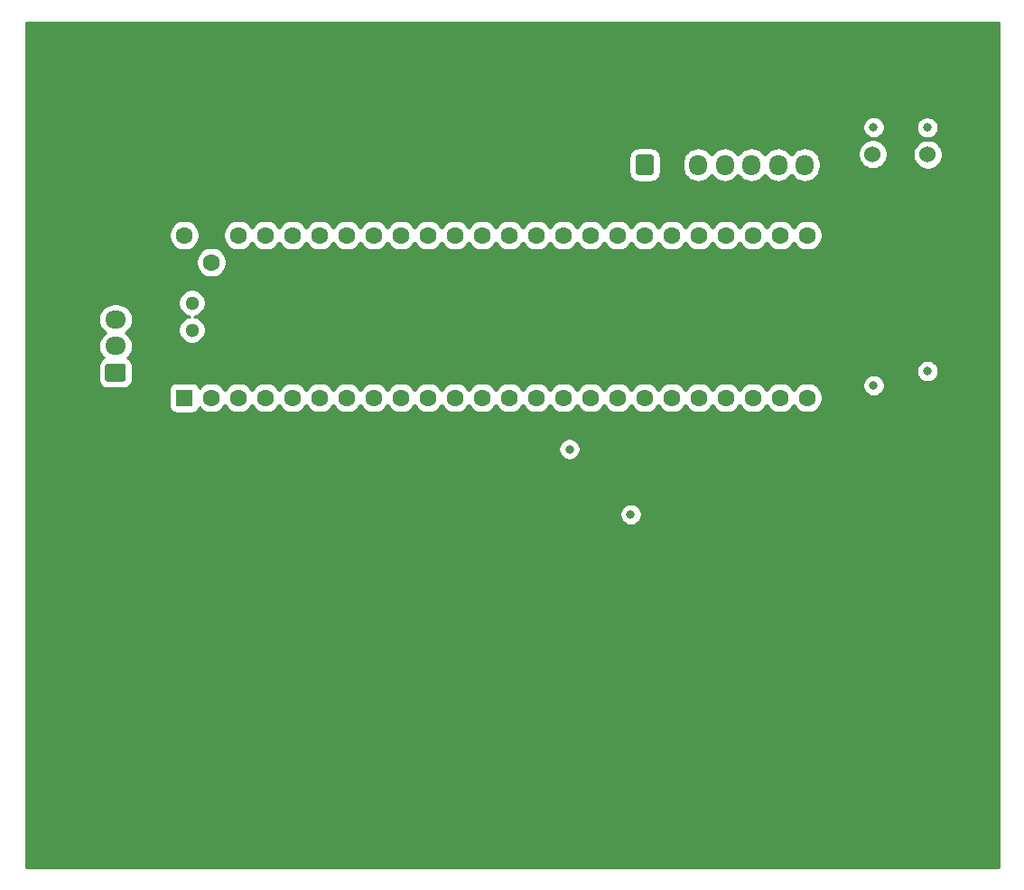
<source format=gbr>
%TF.GenerationSoftware,KiCad,Pcbnew,(5.1.10)-1*%
%TF.CreationDate,2021-09-26T01:53:07+10:00*%
%TF.ProjectId,RedPyKeeb_MCU,52656450-794b-4656-9562-5f4d43552e6b,rev?*%
%TF.SameCoordinates,Original*%
%TF.FileFunction,Copper,L3,Inr*%
%TF.FilePolarity,Positive*%
%FSLAX46Y46*%
G04 Gerber Fmt 4.6, Leading zero omitted, Abs format (unit mm)*
G04 Created by KiCad (PCBNEW (5.1.10)-1) date 2021-09-26 01:53:07*
%MOMM*%
%LPD*%
G01*
G04 APERTURE LIST*
%TA.AperFunction,ComponentPad*%
%ADD10O,1.700000X1.950000*%
%TD*%
%TA.AperFunction,ComponentPad*%
%ADD11O,1.950000X1.700000*%
%TD*%
%TA.AperFunction,ComponentPad*%
%ADD12C,1.600000*%
%TD*%
%TA.AperFunction,ComponentPad*%
%ADD13R,1.600000X1.600000*%
%TD*%
%TA.AperFunction,ComponentPad*%
%ADD14C,1.300000*%
%TD*%
%TA.AperFunction,ViaPad*%
%ADD15C,0.800000*%
%TD*%
%TA.AperFunction,ViaPad*%
%ADD16C,1.524000*%
%TD*%
%TA.AperFunction,Conductor*%
%ADD17C,0.254000*%
%TD*%
%TA.AperFunction,Conductor*%
%ADD18C,0.100000*%
%TD*%
G04 APERTURE END LIST*
D10*
%TO.N,Net-(J2-Pad7)*%
%TO.C,J2*%
X92470000Y-30988000D03*
%TO.N,Net-(J2-Pad6)*%
X89970000Y-30988000D03*
%TO.N,Net-(J2-Pad5)*%
X87470000Y-30988000D03*
%TO.N,Net-(J2-Pad4)*%
X84970000Y-30988000D03*
%TO.N,Net-(J2-Pad3)*%
X82470000Y-30988000D03*
%TO.N,GNDPWR*%
X79970000Y-30988000D03*
%TO.N,MAIN_VBUS*%
%TA.AperFunction,ComponentPad*%
G36*
G01*
X76620000Y-31713000D02*
X76620000Y-30263000D01*
G75*
G02*
X76870000Y-30013000I250000J0D01*
G01*
X78070000Y-30013000D01*
G75*
G02*
X78320000Y-30263000I0J-250000D01*
G01*
X78320000Y-31713000D01*
G75*
G02*
X78070000Y-31963000I-250000J0D01*
G01*
X76870000Y-31963000D01*
G75*
G02*
X76620000Y-31713000I0J250000D01*
G01*
G37*
%TD.AperFunction*%
%TD*%
D11*
%TO.N,GNDPWR*%
%TO.C,J0*%
X27838400Y-42995200D03*
%TO.N,USB_DN*%
X27838400Y-45495200D03*
%TO.N,USB_DP*%
X27838400Y-47995200D03*
%TO.N,MAIN_VBUS*%
%TA.AperFunction,ComponentPad*%
G36*
G01*
X28563400Y-51345200D02*
X27113400Y-51345200D01*
G75*
G02*
X26863400Y-51095200I0J250000D01*
G01*
X26863400Y-49895200D01*
G75*
G02*
X27113400Y-49645200I250000J0D01*
G01*
X28563400Y-49645200D01*
G75*
G02*
X28813400Y-49895200I0J-250000D01*
G01*
X28813400Y-51095200D01*
G75*
G02*
X28563400Y-51345200I-250000J0D01*
G01*
G37*
%TD.AperFunction*%
%TD*%
D12*
%TO.N,MAIN_VBUS*%
%TO.C,U0*%
X36830000Y-40132000D03*
%TO.N,Net-(U0-Pad48)*%
X34290000Y-37592000D03*
%TO.N,GNDPWR*%
X36830000Y-37592000D03*
%TO.N,Net-(U0-Pad46)*%
X39370000Y-37592000D03*
%TO.N,KEY_COL12*%
X41910000Y-37592000D03*
%TO.N,KEY_COL13*%
X44450000Y-37592000D03*
%TO.N,KEY_COL14*%
X46990000Y-37592000D03*
%TO.N,KEY_COL15*%
X49530000Y-37592000D03*
%TO.N,KEY_COL16*%
X52070000Y-37592000D03*
%TO.N,KEY_COL17*%
X54610000Y-37592000D03*
%TO.N,KEY_COL20*%
X57150000Y-37592000D03*
%TO.N,KEY_COL19*%
X59690000Y-37592000D03*
%TO.N,KEY_COL18*%
X62230000Y-37592000D03*
%TO.N,Net-(U0-Pad36)*%
X64770000Y-37592000D03*
%TO.N,LED_SCL_ROW0_MCU*%
X67310000Y-37592000D03*
D13*
%TO.N,Net-(U0-Pad1)*%
X34290000Y-52832000D03*
D12*
%TO.N,KEY_ROW0*%
X36830000Y-52832000D03*
%TO.N,KEY_ROW1*%
X39370000Y-52832000D03*
%TO.N,KEY_ROW2*%
X41910000Y-52832000D03*
%TO.N,KEY_ROW3*%
X44450000Y-52832000D03*
%TO.N,KEY_ROW4*%
X46990000Y-52832000D03*
%TO.N,KEY_ROW5*%
X49530000Y-52832000D03*
%TO.N,KEY_ROW6*%
X52070000Y-52832000D03*
%TO.N,KEY_COL0*%
X54610000Y-52832000D03*
%TO.N,KEY_COL1*%
X57150000Y-52832000D03*
%TO.N,KEY_COL2*%
X59690000Y-52832000D03*
%TO.N,KEY_COL3*%
X62230000Y-52832000D03*
%TO.N,LED_SDA_ROW0_MCU*%
X64770000Y-52832000D03*
%TO.N,Net-(U0-Pad34)*%
X69850000Y-37592000D03*
%TO.N,Net-(U0-Pad33)*%
X72390000Y-37592000D03*
%TO.N,Net-(U0-Pad32)*%
X74930000Y-37592000D03*
%TO.N,Net-(U0-Pad31)*%
X77470000Y-37592000D03*
%TO.N,Net-(U0-Pad30)*%
X80010000Y-37592000D03*
%TO.N,Net-(U0-Pad29)*%
X82550000Y-37592000D03*
%TO.N,Net-(U0-Pad28)*%
X85090000Y-37592000D03*
%TO.N,Net-(U0-Pad27)*%
X87630000Y-37592000D03*
%TO.N,Net-(U0-Pad26)*%
X90170000Y-37592000D03*
%TO.N,Net-(U0-Pad25)*%
X92710000Y-37592000D03*
%TO.N,KEY_COL11*%
X92710000Y-52832000D03*
%TO.N,KEY_COL10*%
X90170000Y-52832000D03*
%TO.N,KEY_COL9*%
X87630000Y-52832000D03*
%TO.N,KEY_COL8*%
X85090000Y-52832000D03*
%TO.N,KEY_COL4*%
X67310000Y-52832000D03*
%TO.N,33_REF*%
X69850000Y-52832000D03*
%TO.N,LED_SCL_STATUS0_MCU*%
X72390000Y-52832000D03*
%TO.N,KEY_COL7*%
X82550000Y-52832000D03*
%TO.N,KEY_COL6*%
X80010000Y-52832000D03*
%TO.N,KEY_COL5*%
X77470000Y-52832000D03*
%TO.N,LED_SDA_STATUS0_MCU*%
X74930000Y-52832000D03*
D14*
%TO.N,USB_DP*%
X35020000Y-46482000D03*
%TO.N,USB_DN*%
X35020000Y-43942000D03*
%TD*%
D15*
%TO.N,LED_SDA_ROW0*%
X103974900Y-50342800D03*
D16*
%TO.N,GNDPWR*%
X104038400Y-32575500D03*
X98894900Y-32562800D03*
%TO.N,MAIN_VBUS*%
X104000300Y-30022800D03*
X98844100Y-29997400D03*
D15*
%TO.N,GNDPWR*%
X63652400Y-59182000D03*
X76149200Y-59842400D03*
X66598800Y-57658000D03*
%TO.N,LED_SCL_ROW0*%
X98927600Y-51683600D03*
%TO.N,MAIN_VBUS*%
X76149200Y-63775500D03*
%TO.N,LED_SCL_STATUS0*%
X98920300Y-27470100D03*
%TO.N,LED_SDA_STATUS0*%
X103962200Y-27495500D03*
%TO.N,LED_SDA_ROW0_MCU*%
X70408800Y-57672200D03*
%TD*%
D17*
%TO.N,GNDPWR*%
X110617000Y-96901000D02*
X19431000Y-96901000D01*
X19431000Y-63673561D01*
X75114200Y-63673561D01*
X75114200Y-63877439D01*
X75153974Y-64077398D01*
X75231995Y-64265756D01*
X75345263Y-64435274D01*
X75489426Y-64579437D01*
X75658944Y-64692705D01*
X75847302Y-64770726D01*
X76047261Y-64810500D01*
X76251139Y-64810500D01*
X76451098Y-64770726D01*
X76639456Y-64692705D01*
X76808974Y-64579437D01*
X76953137Y-64435274D01*
X77066405Y-64265756D01*
X77144426Y-64077398D01*
X77184200Y-63877439D01*
X77184200Y-63673561D01*
X77144426Y-63473602D01*
X77066405Y-63285244D01*
X76953137Y-63115726D01*
X76808974Y-62971563D01*
X76639456Y-62858295D01*
X76451098Y-62780274D01*
X76251139Y-62740500D01*
X76047261Y-62740500D01*
X75847302Y-62780274D01*
X75658944Y-62858295D01*
X75489426Y-62971563D01*
X75345263Y-63115726D01*
X75231995Y-63285244D01*
X75153974Y-63473602D01*
X75114200Y-63673561D01*
X19431000Y-63673561D01*
X19431000Y-57570261D01*
X69373800Y-57570261D01*
X69373800Y-57774139D01*
X69413574Y-57974098D01*
X69491595Y-58162456D01*
X69604863Y-58331974D01*
X69749026Y-58476137D01*
X69918544Y-58589405D01*
X70106902Y-58667426D01*
X70306861Y-58707200D01*
X70510739Y-58707200D01*
X70710698Y-58667426D01*
X70899056Y-58589405D01*
X71068574Y-58476137D01*
X71212737Y-58331974D01*
X71326005Y-58162456D01*
X71404026Y-57974098D01*
X71443800Y-57774139D01*
X71443800Y-57570261D01*
X71404026Y-57370302D01*
X71326005Y-57181944D01*
X71212737Y-57012426D01*
X71068574Y-56868263D01*
X70899056Y-56754995D01*
X70710698Y-56676974D01*
X70510739Y-56637200D01*
X70306861Y-56637200D01*
X70106902Y-56676974D01*
X69918544Y-56754995D01*
X69749026Y-56868263D01*
X69604863Y-57012426D01*
X69491595Y-57181944D01*
X69413574Y-57370302D01*
X69373800Y-57570261D01*
X19431000Y-57570261D01*
X19431000Y-52032000D01*
X32851928Y-52032000D01*
X32851928Y-53632000D01*
X32864188Y-53756482D01*
X32900498Y-53876180D01*
X32959463Y-53986494D01*
X33038815Y-54083185D01*
X33135506Y-54162537D01*
X33245820Y-54221502D01*
X33365518Y-54257812D01*
X33490000Y-54270072D01*
X35090000Y-54270072D01*
X35214482Y-54257812D01*
X35334180Y-54221502D01*
X35444494Y-54162537D01*
X35541185Y-54083185D01*
X35620537Y-53986494D01*
X35679502Y-53876180D01*
X35715812Y-53756482D01*
X35716643Y-53748039D01*
X35915241Y-53946637D01*
X36150273Y-54103680D01*
X36411426Y-54211853D01*
X36688665Y-54267000D01*
X36971335Y-54267000D01*
X37248574Y-54211853D01*
X37509727Y-54103680D01*
X37744759Y-53946637D01*
X37944637Y-53746759D01*
X38100000Y-53514241D01*
X38255363Y-53746759D01*
X38455241Y-53946637D01*
X38690273Y-54103680D01*
X38951426Y-54211853D01*
X39228665Y-54267000D01*
X39511335Y-54267000D01*
X39788574Y-54211853D01*
X40049727Y-54103680D01*
X40284759Y-53946637D01*
X40484637Y-53746759D01*
X40640000Y-53514241D01*
X40795363Y-53746759D01*
X40995241Y-53946637D01*
X41230273Y-54103680D01*
X41491426Y-54211853D01*
X41768665Y-54267000D01*
X42051335Y-54267000D01*
X42328574Y-54211853D01*
X42589727Y-54103680D01*
X42824759Y-53946637D01*
X43024637Y-53746759D01*
X43180000Y-53514241D01*
X43335363Y-53746759D01*
X43535241Y-53946637D01*
X43770273Y-54103680D01*
X44031426Y-54211853D01*
X44308665Y-54267000D01*
X44591335Y-54267000D01*
X44868574Y-54211853D01*
X45129727Y-54103680D01*
X45364759Y-53946637D01*
X45564637Y-53746759D01*
X45720000Y-53514241D01*
X45875363Y-53746759D01*
X46075241Y-53946637D01*
X46310273Y-54103680D01*
X46571426Y-54211853D01*
X46848665Y-54267000D01*
X47131335Y-54267000D01*
X47408574Y-54211853D01*
X47669727Y-54103680D01*
X47904759Y-53946637D01*
X48104637Y-53746759D01*
X48260000Y-53514241D01*
X48415363Y-53746759D01*
X48615241Y-53946637D01*
X48850273Y-54103680D01*
X49111426Y-54211853D01*
X49388665Y-54267000D01*
X49671335Y-54267000D01*
X49948574Y-54211853D01*
X50209727Y-54103680D01*
X50444759Y-53946637D01*
X50644637Y-53746759D01*
X50800000Y-53514241D01*
X50955363Y-53746759D01*
X51155241Y-53946637D01*
X51390273Y-54103680D01*
X51651426Y-54211853D01*
X51928665Y-54267000D01*
X52211335Y-54267000D01*
X52488574Y-54211853D01*
X52749727Y-54103680D01*
X52984759Y-53946637D01*
X53184637Y-53746759D01*
X53340000Y-53514241D01*
X53495363Y-53746759D01*
X53695241Y-53946637D01*
X53930273Y-54103680D01*
X54191426Y-54211853D01*
X54468665Y-54267000D01*
X54751335Y-54267000D01*
X55028574Y-54211853D01*
X55289727Y-54103680D01*
X55524759Y-53946637D01*
X55724637Y-53746759D01*
X55880000Y-53514241D01*
X56035363Y-53746759D01*
X56235241Y-53946637D01*
X56470273Y-54103680D01*
X56731426Y-54211853D01*
X57008665Y-54267000D01*
X57291335Y-54267000D01*
X57568574Y-54211853D01*
X57829727Y-54103680D01*
X58064759Y-53946637D01*
X58264637Y-53746759D01*
X58420000Y-53514241D01*
X58575363Y-53746759D01*
X58775241Y-53946637D01*
X59010273Y-54103680D01*
X59271426Y-54211853D01*
X59548665Y-54267000D01*
X59831335Y-54267000D01*
X60108574Y-54211853D01*
X60369727Y-54103680D01*
X60604759Y-53946637D01*
X60804637Y-53746759D01*
X60960000Y-53514241D01*
X61115363Y-53746759D01*
X61315241Y-53946637D01*
X61550273Y-54103680D01*
X61811426Y-54211853D01*
X62088665Y-54267000D01*
X62371335Y-54267000D01*
X62648574Y-54211853D01*
X62909727Y-54103680D01*
X63144759Y-53946637D01*
X63344637Y-53746759D01*
X63500000Y-53514241D01*
X63655363Y-53746759D01*
X63855241Y-53946637D01*
X64090273Y-54103680D01*
X64351426Y-54211853D01*
X64628665Y-54267000D01*
X64911335Y-54267000D01*
X65188574Y-54211853D01*
X65449727Y-54103680D01*
X65684759Y-53946637D01*
X65884637Y-53746759D01*
X66040000Y-53514241D01*
X66195363Y-53746759D01*
X66395241Y-53946637D01*
X66630273Y-54103680D01*
X66891426Y-54211853D01*
X67168665Y-54267000D01*
X67451335Y-54267000D01*
X67728574Y-54211853D01*
X67989727Y-54103680D01*
X68224759Y-53946637D01*
X68424637Y-53746759D01*
X68580000Y-53514241D01*
X68735363Y-53746759D01*
X68935241Y-53946637D01*
X69170273Y-54103680D01*
X69431426Y-54211853D01*
X69708665Y-54267000D01*
X69991335Y-54267000D01*
X70268574Y-54211853D01*
X70529727Y-54103680D01*
X70764759Y-53946637D01*
X70964637Y-53746759D01*
X71120000Y-53514241D01*
X71275363Y-53746759D01*
X71475241Y-53946637D01*
X71710273Y-54103680D01*
X71971426Y-54211853D01*
X72248665Y-54267000D01*
X72531335Y-54267000D01*
X72808574Y-54211853D01*
X73069727Y-54103680D01*
X73304759Y-53946637D01*
X73504637Y-53746759D01*
X73660000Y-53514241D01*
X73815363Y-53746759D01*
X74015241Y-53946637D01*
X74250273Y-54103680D01*
X74511426Y-54211853D01*
X74788665Y-54267000D01*
X75071335Y-54267000D01*
X75348574Y-54211853D01*
X75609727Y-54103680D01*
X75844759Y-53946637D01*
X76044637Y-53746759D01*
X76200000Y-53514241D01*
X76355363Y-53746759D01*
X76555241Y-53946637D01*
X76790273Y-54103680D01*
X77051426Y-54211853D01*
X77328665Y-54267000D01*
X77611335Y-54267000D01*
X77888574Y-54211853D01*
X78149727Y-54103680D01*
X78384759Y-53946637D01*
X78584637Y-53746759D01*
X78740000Y-53514241D01*
X78895363Y-53746759D01*
X79095241Y-53946637D01*
X79330273Y-54103680D01*
X79591426Y-54211853D01*
X79868665Y-54267000D01*
X80151335Y-54267000D01*
X80428574Y-54211853D01*
X80689727Y-54103680D01*
X80924759Y-53946637D01*
X81124637Y-53746759D01*
X81280000Y-53514241D01*
X81435363Y-53746759D01*
X81635241Y-53946637D01*
X81870273Y-54103680D01*
X82131426Y-54211853D01*
X82408665Y-54267000D01*
X82691335Y-54267000D01*
X82968574Y-54211853D01*
X83229727Y-54103680D01*
X83464759Y-53946637D01*
X83664637Y-53746759D01*
X83820000Y-53514241D01*
X83975363Y-53746759D01*
X84175241Y-53946637D01*
X84410273Y-54103680D01*
X84671426Y-54211853D01*
X84948665Y-54267000D01*
X85231335Y-54267000D01*
X85508574Y-54211853D01*
X85769727Y-54103680D01*
X86004759Y-53946637D01*
X86204637Y-53746759D01*
X86360000Y-53514241D01*
X86515363Y-53746759D01*
X86715241Y-53946637D01*
X86950273Y-54103680D01*
X87211426Y-54211853D01*
X87488665Y-54267000D01*
X87771335Y-54267000D01*
X88048574Y-54211853D01*
X88309727Y-54103680D01*
X88544759Y-53946637D01*
X88744637Y-53746759D01*
X88900000Y-53514241D01*
X89055363Y-53746759D01*
X89255241Y-53946637D01*
X89490273Y-54103680D01*
X89751426Y-54211853D01*
X90028665Y-54267000D01*
X90311335Y-54267000D01*
X90588574Y-54211853D01*
X90849727Y-54103680D01*
X91084759Y-53946637D01*
X91284637Y-53746759D01*
X91440000Y-53514241D01*
X91595363Y-53746759D01*
X91795241Y-53946637D01*
X92030273Y-54103680D01*
X92291426Y-54211853D01*
X92568665Y-54267000D01*
X92851335Y-54267000D01*
X93128574Y-54211853D01*
X93389727Y-54103680D01*
X93624759Y-53946637D01*
X93824637Y-53746759D01*
X93981680Y-53511727D01*
X94089853Y-53250574D01*
X94145000Y-52973335D01*
X94145000Y-52690665D01*
X94089853Y-52413426D01*
X93981680Y-52152273D01*
X93824637Y-51917241D01*
X93624759Y-51717363D01*
X93421667Y-51581661D01*
X97892600Y-51581661D01*
X97892600Y-51785539D01*
X97932374Y-51985498D01*
X98010395Y-52173856D01*
X98123663Y-52343374D01*
X98267826Y-52487537D01*
X98437344Y-52600805D01*
X98625702Y-52678826D01*
X98825661Y-52718600D01*
X99029539Y-52718600D01*
X99229498Y-52678826D01*
X99417856Y-52600805D01*
X99587374Y-52487537D01*
X99731537Y-52343374D01*
X99844805Y-52173856D01*
X99922826Y-51985498D01*
X99962600Y-51785539D01*
X99962600Y-51581661D01*
X99922826Y-51381702D01*
X99844805Y-51193344D01*
X99731537Y-51023826D01*
X99587374Y-50879663D01*
X99417856Y-50766395D01*
X99229498Y-50688374D01*
X99029539Y-50648600D01*
X98825661Y-50648600D01*
X98625702Y-50688374D01*
X98437344Y-50766395D01*
X98267826Y-50879663D01*
X98123663Y-51023826D01*
X98010395Y-51193344D01*
X97932374Y-51381702D01*
X97892600Y-51581661D01*
X93421667Y-51581661D01*
X93389727Y-51560320D01*
X93128574Y-51452147D01*
X92851335Y-51397000D01*
X92568665Y-51397000D01*
X92291426Y-51452147D01*
X92030273Y-51560320D01*
X91795241Y-51717363D01*
X91595363Y-51917241D01*
X91440000Y-52149759D01*
X91284637Y-51917241D01*
X91084759Y-51717363D01*
X90849727Y-51560320D01*
X90588574Y-51452147D01*
X90311335Y-51397000D01*
X90028665Y-51397000D01*
X89751426Y-51452147D01*
X89490273Y-51560320D01*
X89255241Y-51717363D01*
X89055363Y-51917241D01*
X88900000Y-52149759D01*
X88744637Y-51917241D01*
X88544759Y-51717363D01*
X88309727Y-51560320D01*
X88048574Y-51452147D01*
X87771335Y-51397000D01*
X87488665Y-51397000D01*
X87211426Y-51452147D01*
X86950273Y-51560320D01*
X86715241Y-51717363D01*
X86515363Y-51917241D01*
X86360000Y-52149759D01*
X86204637Y-51917241D01*
X86004759Y-51717363D01*
X85769727Y-51560320D01*
X85508574Y-51452147D01*
X85231335Y-51397000D01*
X84948665Y-51397000D01*
X84671426Y-51452147D01*
X84410273Y-51560320D01*
X84175241Y-51717363D01*
X83975363Y-51917241D01*
X83820000Y-52149759D01*
X83664637Y-51917241D01*
X83464759Y-51717363D01*
X83229727Y-51560320D01*
X82968574Y-51452147D01*
X82691335Y-51397000D01*
X82408665Y-51397000D01*
X82131426Y-51452147D01*
X81870273Y-51560320D01*
X81635241Y-51717363D01*
X81435363Y-51917241D01*
X81280000Y-52149759D01*
X81124637Y-51917241D01*
X80924759Y-51717363D01*
X80689727Y-51560320D01*
X80428574Y-51452147D01*
X80151335Y-51397000D01*
X79868665Y-51397000D01*
X79591426Y-51452147D01*
X79330273Y-51560320D01*
X79095241Y-51717363D01*
X78895363Y-51917241D01*
X78740000Y-52149759D01*
X78584637Y-51917241D01*
X78384759Y-51717363D01*
X78149727Y-51560320D01*
X77888574Y-51452147D01*
X77611335Y-51397000D01*
X77328665Y-51397000D01*
X77051426Y-51452147D01*
X76790273Y-51560320D01*
X76555241Y-51717363D01*
X76355363Y-51917241D01*
X76200000Y-52149759D01*
X76044637Y-51917241D01*
X75844759Y-51717363D01*
X75609727Y-51560320D01*
X75348574Y-51452147D01*
X75071335Y-51397000D01*
X74788665Y-51397000D01*
X74511426Y-51452147D01*
X74250273Y-51560320D01*
X74015241Y-51717363D01*
X73815363Y-51917241D01*
X73660000Y-52149759D01*
X73504637Y-51917241D01*
X73304759Y-51717363D01*
X73069727Y-51560320D01*
X72808574Y-51452147D01*
X72531335Y-51397000D01*
X72248665Y-51397000D01*
X71971426Y-51452147D01*
X71710273Y-51560320D01*
X71475241Y-51717363D01*
X71275363Y-51917241D01*
X71120000Y-52149759D01*
X70964637Y-51917241D01*
X70764759Y-51717363D01*
X70529727Y-51560320D01*
X70268574Y-51452147D01*
X69991335Y-51397000D01*
X69708665Y-51397000D01*
X69431426Y-51452147D01*
X69170273Y-51560320D01*
X68935241Y-51717363D01*
X68735363Y-51917241D01*
X68580000Y-52149759D01*
X68424637Y-51917241D01*
X68224759Y-51717363D01*
X67989727Y-51560320D01*
X67728574Y-51452147D01*
X67451335Y-51397000D01*
X67168665Y-51397000D01*
X66891426Y-51452147D01*
X66630273Y-51560320D01*
X66395241Y-51717363D01*
X66195363Y-51917241D01*
X66040000Y-52149759D01*
X65884637Y-51917241D01*
X65684759Y-51717363D01*
X65449727Y-51560320D01*
X65188574Y-51452147D01*
X64911335Y-51397000D01*
X64628665Y-51397000D01*
X64351426Y-51452147D01*
X64090273Y-51560320D01*
X63855241Y-51717363D01*
X63655363Y-51917241D01*
X63500000Y-52149759D01*
X63344637Y-51917241D01*
X63144759Y-51717363D01*
X62909727Y-51560320D01*
X62648574Y-51452147D01*
X62371335Y-51397000D01*
X62088665Y-51397000D01*
X61811426Y-51452147D01*
X61550273Y-51560320D01*
X61315241Y-51717363D01*
X61115363Y-51917241D01*
X60960000Y-52149759D01*
X60804637Y-51917241D01*
X60604759Y-51717363D01*
X60369727Y-51560320D01*
X60108574Y-51452147D01*
X59831335Y-51397000D01*
X59548665Y-51397000D01*
X59271426Y-51452147D01*
X59010273Y-51560320D01*
X58775241Y-51717363D01*
X58575363Y-51917241D01*
X58420000Y-52149759D01*
X58264637Y-51917241D01*
X58064759Y-51717363D01*
X57829727Y-51560320D01*
X57568574Y-51452147D01*
X57291335Y-51397000D01*
X57008665Y-51397000D01*
X56731426Y-51452147D01*
X56470273Y-51560320D01*
X56235241Y-51717363D01*
X56035363Y-51917241D01*
X55880000Y-52149759D01*
X55724637Y-51917241D01*
X55524759Y-51717363D01*
X55289727Y-51560320D01*
X55028574Y-51452147D01*
X54751335Y-51397000D01*
X54468665Y-51397000D01*
X54191426Y-51452147D01*
X53930273Y-51560320D01*
X53695241Y-51717363D01*
X53495363Y-51917241D01*
X53340000Y-52149759D01*
X53184637Y-51917241D01*
X52984759Y-51717363D01*
X52749727Y-51560320D01*
X52488574Y-51452147D01*
X52211335Y-51397000D01*
X51928665Y-51397000D01*
X51651426Y-51452147D01*
X51390273Y-51560320D01*
X51155241Y-51717363D01*
X50955363Y-51917241D01*
X50800000Y-52149759D01*
X50644637Y-51917241D01*
X50444759Y-51717363D01*
X50209727Y-51560320D01*
X49948574Y-51452147D01*
X49671335Y-51397000D01*
X49388665Y-51397000D01*
X49111426Y-51452147D01*
X48850273Y-51560320D01*
X48615241Y-51717363D01*
X48415363Y-51917241D01*
X48260000Y-52149759D01*
X48104637Y-51917241D01*
X47904759Y-51717363D01*
X47669727Y-51560320D01*
X47408574Y-51452147D01*
X47131335Y-51397000D01*
X46848665Y-51397000D01*
X46571426Y-51452147D01*
X46310273Y-51560320D01*
X46075241Y-51717363D01*
X45875363Y-51917241D01*
X45720000Y-52149759D01*
X45564637Y-51917241D01*
X45364759Y-51717363D01*
X45129727Y-51560320D01*
X44868574Y-51452147D01*
X44591335Y-51397000D01*
X44308665Y-51397000D01*
X44031426Y-51452147D01*
X43770273Y-51560320D01*
X43535241Y-51717363D01*
X43335363Y-51917241D01*
X43180000Y-52149759D01*
X43024637Y-51917241D01*
X42824759Y-51717363D01*
X42589727Y-51560320D01*
X42328574Y-51452147D01*
X42051335Y-51397000D01*
X41768665Y-51397000D01*
X41491426Y-51452147D01*
X41230273Y-51560320D01*
X40995241Y-51717363D01*
X40795363Y-51917241D01*
X40640000Y-52149759D01*
X40484637Y-51917241D01*
X40284759Y-51717363D01*
X40049727Y-51560320D01*
X39788574Y-51452147D01*
X39511335Y-51397000D01*
X39228665Y-51397000D01*
X38951426Y-51452147D01*
X38690273Y-51560320D01*
X38455241Y-51717363D01*
X38255363Y-51917241D01*
X38100000Y-52149759D01*
X37944637Y-51917241D01*
X37744759Y-51717363D01*
X37509727Y-51560320D01*
X37248574Y-51452147D01*
X36971335Y-51397000D01*
X36688665Y-51397000D01*
X36411426Y-51452147D01*
X36150273Y-51560320D01*
X35915241Y-51717363D01*
X35716643Y-51915961D01*
X35715812Y-51907518D01*
X35679502Y-51787820D01*
X35620537Y-51677506D01*
X35541185Y-51580815D01*
X35444494Y-51501463D01*
X35334180Y-51442498D01*
X35214482Y-51406188D01*
X35090000Y-51393928D01*
X33490000Y-51393928D01*
X33365518Y-51406188D01*
X33245820Y-51442498D01*
X33135506Y-51501463D01*
X33038815Y-51580815D01*
X32959463Y-51677506D01*
X32900498Y-51787820D01*
X32864188Y-51907518D01*
X32851928Y-52032000D01*
X19431000Y-52032000D01*
X19431000Y-45495200D01*
X26221215Y-45495200D01*
X26249887Y-45786311D01*
X26334801Y-46066234D01*
X26472694Y-46324214D01*
X26658266Y-46550334D01*
X26884386Y-46735906D01*
X26901774Y-46745200D01*
X26884386Y-46754494D01*
X26658266Y-46940066D01*
X26472694Y-47166186D01*
X26334801Y-47424166D01*
X26249887Y-47704089D01*
X26221215Y-47995200D01*
X26249887Y-48286311D01*
X26334801Y-48566234D01*
X26472694Y-48824214D01*
X26658266Y-49050334D01*
X26721737Y-49102423D01*
X26620014Y-49156795D01*
X26485438Y-49267238D01*
X26374995Y-49401814D01*
X26292928Y-49555350D01*
X26242392Y-49721946D01*
X26225328Y-49895200D01*
X26225328Y-51095200D01*
X26242392Y-51268454D01*
X26292928Y-51435050D01*
X26374995Y-51588586D01*
X26485438Y-51723162D01*
X26620014Y-51833605D01*
X26773550Y-51915672D01*
X26940146Y-51966208D01*
X27113400Y-51983272D01*
X28563400Y-51983272D01*
X28736654Y-51966208D01*
X28903250Y-51915672D01*
X29056786Y-51833605D01*
X29191362Y-51723162D01*
X29301805Y-51588586D01*
X29383872Y-51435050D01*
X29434408Y-51268454D01*
X29451472Y-51095200D01*
X29451472Y-50240861D01*
X102939900Y-50240861D01*
X102939900Y-50444739D01*
X102979674Y-50644698D01*
X103057695Y-50833056D01*
X103170963Y-51002574D01*
X103315126Y-51146737D01*
X103484644Y-51260005D01*
X103673002Y-51338026D01*
X103872961Y-51377800D01*
X104076839Y-51377800D01*
X104276798Y-51338026D01*
X104465156Y-51260005D01*
X104634674Y-51146737D01*
X104778837Y-51002574D01*
X104892105Y-50833056D01*
X104970126Y-50644698D01*
X105009900Y-50444739D01*
X105009900Y-50240861D01*
X104970126Y-50040902D01*
X104892105Y-49852544D01*
X104778837Y-49683026D01*
X104634674Y-49538863D01*
X104465156Y-49425595D01*
X104276798Y-49347574D01*
X104076839Y-49307800D01*
X103872961Y-49307800D01*
X103673002Y-49347574D01*
X103484644Y-49425595D01*
X103315126Y-49538863D01*
X103170963Y-49683026D01*
X103057695Y-49852544D01*
X102979674Y-50040902D01*
X102939900Y-50240861D01*
X29451472Y-50240861D01*
X29451472Y-49895200D01*
X29434408Y-49721946D01*
X29383872Y-49555350D01*
X29301805Y-49401814D01*
X29191362Y-49267238D01*
X29056786Y-49156795D01*
X28955063Y-49102423D01*
X29018534Y-49050334D01*
X29204106Y-48824214D01*
X29341999Y-48566234D01*
X29426913Y-48286311D01*
X29455585Y-47995200D01*
X29426913Y-47704089D01*
X29341999Y-47424166D01*
X29204106Y-47166186D01*
X29018534Y-46940066D01*
X28792414Y-46754494D01*
X28775026Y-46745200D01*
X28792414Y-46735906D01*
X29018534Y-46550334D01*
X29204106Y-46324214D01*
X29341999Y-46066234D01*
X29426913Y-45786311D01*
X29455585Y-45495200D01*
X29426913Y-45204089D01*
X29341999Y-44924166D01*
X29204106Y-44666186D01*
X29018534Y-44440066D01*
X28792414Y-44254494D01*
X28534434Y-44116601D01*
X28254511Y-44031687D01*
X28036350Y-44010200D01*
X27640450Y-44010200D01*
X27422289Y-44031687D01*
X27142366Y-44116601D01*
X26884386Y-44254494D01*
X26658266Y-44440066D01*
X26472694Y-44666186D01*
X26334801Y-44924166D01*
X26249887Y-45204089D01*
X26221215Y-45495200D01*
X19431000Y-45495200D01*
X19431000Y-43815439D01*
X33735000Y-43815439D01*
X33735000Y-44068561D01*
X33784381Y-44316821D01*
X33881247Y-44550676D01*
X34021875Y-44761140D01*
X34200860Y-44940125D01*
X34411324Y-45080753D01*
X34645179Y-45177619D01*
X34818027Y-45212000D01*
X34645179Y-45246381D01*
X34411324Y-45343247D01*
X34200860Y-45483875D01*
X34021875Y-45662860D01*
X33881247Y-45873324D01*
X33784381Y-46107179D01*
X33735000Y-46355439D01*
X33735000Y-46608561D01*
X33784381Y-46856821D01*
X33881247Y-47090676D01*
X34021875Y-47301140D01*
X34200860Y-47480125D01*
X34411324Y-47620753D01*
X34645179Y-47717619D01*
X34893439Y-47767000D01*
X35146561Y-47767000D01*
X35394821Y-47717619D01*
X35628676Y-47620753D01*
X35839140Y-47480125D01*
X36018125Y-47301140D01*
X36158753Y-47090676D01*
X36255619Y-46856821D01*
X36305000Y-46608561D01*
X36305000Y-46355439D01*
X36255619Y-46107179D01*
X36158753Y-45873324D01*
X36018125Y-45662860D01*
X35839140Y-45483875D01*
X35628676Y-45343247D01*
X35394821Y-45246381D01*
X35221973Y-45212000D01*
X35394821Y-45177619D01*
X35628676Y-45080753D01*
X35839140Y-44940125D01*
X36018125Y-44761140D01*
X36158753Y-44550676D01*
X36255619Y-44316821D01*
X36305000Y-44068561D01*
X36305000Y-43815439D01*
X36255619Y-43567179D01*
X36158753Y-43333324D01*
X36018125Y-43122860D01*
X35839140Y-42943875D01*
X35628676Y-42803247D01*
X35394821Y-42706381D01*
X35146561Y-42657000D01*
X34893439Y-42657000D01*
X34645179Y-42706381D01*
X34411324Y-42803247D01*
X34200860Y-42943875D01*
X34021875Y-43122860D01*
X33881247Y-43333324D01*
X33784381Y-43567179D01*
X33735000Y-43815439D01*
X19431000Y-43815439D01*
X19431000Y-39990665D01*
X35395000Y-39990665D01*
X35395000Y-40273335D01*
X35450147Y-40550574D01*
X35558320Y-40811727D01*
X35715363Y-41046759D01*
X35915241Y-41246637D01*
X36150273Y-41403680D01*
X36411426Y-41511853D01*
X36688665Y-41567000D01*
X36971335Y-41567000D01*
X37248574Y-41511853D01*
X37509727Y-41403680D01*
X37744759Y-41246637D01*
X37944637Y-41046759D01*
X38101680Y-40811727D01*
X38209853Y-40550574D01*
X38265000Y-40273335D01*
X38265000Y-39990665D01*
X38209853Y-39713426D01*
X38101680Y-39452273D01*
X37944637Y-39217241D01*
X37744759Y-39017363D01*
X37509727Y-38860320D01*
X37248574Y-38752147D01*
X36971335Y-38697000D01*
X36688665Y-38697000D01*
X36411426Y-38752147D01*
X36150273Y-38860320D01*
X35915241Y-39017363D01*
X35715363Y-39217241D01*
X35558320Y-39452273D01*
X35450147Y-39713426D01*
X35395000Y-39990665D01*
X19431000Y-39990665D01*
X19431000Y-37450665D01*
X32855000Y-37450665D01*
X32855000Y-37733335D01*
X32910147Y-38010574D01*
X33018320Y-38271727D01*
X33175363Y-38506759D01*
X33375241Y-38706637D01*
X33610273Y-38863680D01*
X33871426Y-38971853D01*
X34148665Y-39027000D01*
X34431335Y-39027000D01*
X34708574Y-38971853D01*
X34969727Y-38863680D01*
X35204759Y-38706637D01*
X35404637Y-38506759D01*
X35561680Y-38271727D01*
X35669853Y-38010574D01*
X35725000Y-37733335D01*
X35725000Y-37450665D01*
X37935000Y-37450665D01*
X37935000Y-37733335D01*
X37990147Y-38010574D01*
X38098320Y-38271727D01*
X38255363Y-38506759D01*
X38455241Y-38706637D01*
X38690273Y-38863680D01*
X38951426Y-38971853D01*
X39228665Y-39027000D01*
X39511335Y-39027000D01*
X39788574Y-38971853D01*
X40049727Y-38863680D01*
X40284759Y-38706637D01*
X40484637Y-38506759D01*
X40640000Y-38274241D01*
X40795363Y-38506759D01*
X40995241Y-38706637D01*
X41230273Y-38863680D01*
X41491426Y-38971853D01*
X41768665Y-39027000D01*
X42051335Y-39027000D01*
X42328574Y-38971853D01*
X42589727Y-38863680D01*
X42824759Y-38706637D01*
X43024637Y-38506759D01*
X43180000Y-38274241D01*
X43335363Y-38506759D01*
X43535241Y-38706637D01*
X43770273Y-38863680D01*
X44031426Y-38971853D01*
X44308665Y-39027000D01*
X44591335Y-39027000D01*
X44868574Y-38971853D01*
X45129727Y-38863680D01*
X45364759Y-38706637D01*
X45564637Y-38506759D01*
X45720000Y-38274241D01*
X45875363Y-38506759D01*
X46075241Y-38706637D01*
X46310273Y-38863680D01*
X46571426Y-38971853D01*
X46848665Y-39027000D01*
X47131335Y-39027000D01*
X47408574Y-38971853D01*
X47669727Y-38863680D01*
X47904759Y-38706637D01*
X48104637Y-38506759D01*
X48260000Y-38274241D01*
X48415363Y-38506759D01*
X48615241Y-38706637D01*
X48850273Y-38863680D01*
X49111426Y-38971853D01*
X49388665Y-39027000D01*
X49671335Y-39027000D01*
X49948574Y-38971853D01*
X50209727Y-38863680D01*
X50444759Y-38706637D01*
X50644637Y-38506759D01*
X50800000Y-38274241D01*
X50955363Y-38506759D01*
X51155241Y-38706637D01*
X51390273Y-38863680D01*
X51651426Y-38971853D01*
X51928665Y-39027000D01*
X52211335Y-39027000D01*
X52488574Y-38971853D01*
X52749727Y-38863680D01*
X52984759Y-38706637D01*
X53184637Y-38506759D01*
X53340000Y-38274241D01*
X53495363Y-38506759D01*
X53695241Y-38706637D01*
X53930273Y-38863680D01*
X54191426Y-38971853D01*
X54468665Y-39027000D01*
X54751335Y-39027000D01*
X55028574Y-38971853D01*
X55289727Y-38863680D01*
X55524759Y-38706637D01*
X55724637Y-38506759D01*
X55880000Y-38274241D01*
X56035363Y-38506759D01*
X56235241Y-38706637D01*
X56470273Y-38863680D01*
X56731426Y-38971853D01*
X57008665Y-39027000D01*
X57291335Y-39027000D01*
X57568574Y-38971853D01*
X57829727Y-38863680D01*
X58064759Y-38706637D01*
X58264637Y-38506759D01*
X58420000Y-38274241D01*
X58575363Y-38506759D01*
X58775241Y-38706637D01*
X59010273Y-38863680D01*
X59271426Y-38971853D01*
X59548665Y-39027000D01*
X59831335Y-39027000D01*
X60108574Y-38971853D01*
X60369727Y-38863680D01*
X60604759Y-38706637D01*
X60804637Y-38506759D01*
X60960000Y-38274241D01*
X61115363Y-38506759D01*
X61315241Y-38706637D01*
X61550273Y-38863680D01*
X61811426Y-38971853D01*
X62088665Y-39027000D01*
X62371335Y-39027000D01*
X62648574Y-38971853D01*
X62909727Y-38863680D01*
X63144759Y-38706637D01*
X63344637Y-38506759D01*
X63500000Y-38274241D01*
X63655363Y-38506759D01*
X63855241Y-38706637D01*
X64090273Y-38863680D01*
X64351426Y-38971853D01*
X64628665Y-39027000D01*
X64911335Y-39027000D01*
X65188574Y-38971853D01*
X65449727Y-38863680D01*
X65684759Y-38706637D01*
X65884637Y-38506759D01*
X66040000Y-38274241D01*
X66195363Y-38506759D01*
X66395241Y-38706637D01*
X66630273Y-38863680D01*
X66891426Y-38971853D01*
X67168665Y-39027000D01*
X67451335Y-39027000D01*
X67728574Y-38971853D01*
X67989727Y-38863680D01*
X68224759Y-38706637D01*
X68424637Y-38506759D01*
X68580000Y-38274241D01*
X68735363Y-38506759D01*
X68935241Y-38706637D01*
X69170273Y-38863680D01*
X69431426Y-38971853D01*
X69708665Y-39027000D01*
X69991335Y-39027000D01*
X70268574Y-38971853D01*
X70529727Y-38863680D01*
X70764759Y-38706637D01*
X70964637Y-38506759D01*
X71120000Y-38274241D01*
X71275363Y-38506759D01*
X71475241Y-38706637D01*
X71710273Y-38863680D01*
X71971426Y-38971853D01*
X72248665Y-39027000D01*
X72531335Y-39027000D01*
X72808574Y-38971853D01*
X73069727Y-38863680D01*
X73304759Y-38706637D01*
X73504637Y-38506759D01*
X73660000Y-38274241D01*
X73815363Y-38506759D01*
X74015241Y-38706637D01*
X74250273Y-38863680D01*
X74511426Y-38971853D01*
X74788665Y-39027000D01*
X75071335Y-39027000D01*
X75348574Y-38971853D01*
X75609727Y-38863680D01*
X75844759Y-38706637D01*
X76044637Y-38506759D01*
X76200000Y-38274241D01*
X76355363Y-38506759D01*
X76555241Y-38706637D01*
X76790273Y-38863680D01*
X77051426Y-38971853D01*
X77328665Y-39027000D01*
X77611335Y-39027000D01*
X77888574Y-38971853D01*
X78149727Y-38863680D01*
X78384759Y-38706637D01*
X78584637Y-38506759D01*
X78740000Y-38274241D01*
X78895363Y-38506759D01*
X79095241Y-38706637D01*
X79330273Y-38863680D01*
X79591426Y-38971853D01*
X79868665Y-39027000D01*
X80151335Y-39027000D01*
X80428574Y-38971853D01*
X80689727Y-38863680D01*
X80924759Y-38706637D01*
X81124637Y-38506759D01*
X81280000Y-38274241D01*
X81435363Y-38506759D01*
X81635241Y-38706637D01*
X81870273Y-38863680D01*
X82131426Y-38971853D01*
X82408665Y-39027000D01*
X82691335Y-39027000D01*
X82968574Y-38971853D01*
X83229727Y-38863680D01*
X83464759Y-38706637D01*
X83664637Y-38506759D01*
X83820000Y-38274241D01*
X83975363Y-38506759D01*
X84175241Y-38706637D01*
X84410273Y-38863680D01*
X84671426Y-38971853D01*
X84948665Y-39027000D01*
X85231335Y-39027000D01*
X85508574Y-38971853D01*
X85769727Y-38863680D01*
X86004759Y-38706637D01*
X86204637Y-38506759D01*
X86360000Y-38274241D01*
X86515363Y-38506759D01*
X86715241Y-38706637D01*
X86950273Y-38863680D01*
X87211426Y-38971853D01*
X87488665Y-39027000D01*
X87771335Y-39027000D01*
X88048574Y-38971853D01*
X88309727Y-38863680D01*
X88544759Y-38706637D01*
X88744637Y-38506759D01*
X88900000Y-38274241D01*
X89055363Y-38506759D01*
X89255241Y-38706637D01*
X89490273Y-38863680D01*
X89751426Y-38971853D01*
X90028665Y-39027000D01*
X90311335Y-39027000D01*
X90588574Y-38971853D01*
X90849727Y-38863680D01*
X91084759Y-38706637D01*
X91284637Y-38506759D01*
X91440000Y-38274241D01*
X91595363Y-38506759D01*
X91795241Y-38706637D01*
X92030273Y-38863680D01*
X92291426Y-38971853D01*
X92568665Y-39027000D01*
X92851335Y-39027000D01*
X93128574Y-38971853D01*
X93389727Y-38863680D01*
X93624759Y-38706637D01*
X93824637Y-38506759D01*
X93981680Y-38271727D01*
X94089853Y-38010574D01*
X94145000Y-37733335D01*
X94145000Y-37450665D01*
X94089853Y-37173426D01*
X93981680Y-36912273D01*
X93824637Y-36677241D01*
X93624759Y-36477363D01*
X93389727Y-36320320D01*
X93128574Y-36212147D01*
X92851335Y-36157000D01*
X92568665Y-36157000D01*
X92291426Y-36212147D01*
X92030273Y-36320320D01*
X91795241Y-36477363D01*
X91595363Y-36677241D01*
X91440000Y-36909759D01*
X91284637Y-36677241D01*
X91084759Y-36477363D01*
X90849727Y-36320320D01*
X90588574Y-36212147D01*
X90311335Y-36157000D01*
X90028665Y-36157000D01*
X89751426Y-36212147D01*
X89490273Y-36320320D01*
X89255241Y-36477363D01*
X89055363Y-36677241D01*
X88900000Y-36909759D01*
X88744637Y-36677241D01*
X88544759Y-36477363D01*
X88309727Y-36320320D01*
X88048574Y-36212147D01*
X87771335Y-36157000D01*
X87488665Y-36157000D01*
X87211426Y-36212147D01*
X86950273Y-36320320D01*
X86715241Y-36477363D01*
X86515363Y-36677241D01*
X86360000Y-36909759D01*
X86204637Y-36677241D01*
X86004759Y-36477363D01*
X85769727Y-36320320D01*
X85508574Y-36212147D01*
X85231335Y-36157000D01*
X84948665Y-36157000D01*
X84671426Y-36212147D01*
X84410273Y-36320320D01*
X84175241Y-36477363D01*
X83975363Y-36677241D01*
X83820000Y-36909759D01*
X83664637Y-36677241D01*
X83464759Y-36477363D01*
X83229727Y-36320320D01*
X82968574Y-36212147D01*
X82691335Y-36157000D01*
X82408665Y-36157000D01*
X82131426Y-36212147D01*
X81870273Y-36320320D01*
X81635241Y-36477363D01*
X81435363Y-36677241D01*
X81280000Y-36909759D01*
X81124637Y-36677241D01*
X80924759Y-36477363D01*
X80689727Y-36320320D01*
X80428574Y-36212147D01*
X80151335Y-36157000D01*
X79868665Y-36157000D01*
X79591426Y-36212147D01*
X79330273Y-36320320D01*
X79095241Y-36477363D01*
X78895363Y-36677241D01*
X78740000Y-36909759D01*
X78584637Y-36677241D01*
X78384759Y-36477363D01*
X78149727Y-36320320D01*
X77888574Y-36212147D01*
X77611335Y-36157000D01*
X77328665Y-36157000D01*
X77051426Y-36212147D01*
X76790273Y-36320320D01*
X76555241Y-36477363D01*
X76355363Y-36677241D01*
X76200000Y-36909759D01*
X76044637Y-36677241D01*
X75844759Y-36477363D01*
X75609727Y-36320320D01*
X75348574Y-36212147D01*
X75071335Y-36157000D01*
X74788665Y-36157000D01*
X74511426Y-36212147D01*
X74250273Y-36320320D01*
X74015241Y-36477363D01*
X73815363Y-36677241D01*
X73660000Y-36909759D01*
X73504637Y-36677241D01*
X73304759Y-36477363D01*
X73069727Y-36320320D01*
X72808574Y-36212147D01*
X72531335Y-36157000D01*
X72248665Y-36157000D01*
X71971426Y-36212147D01*
X71710273Y-36320320D01*
X71475241Y-36477363D01*
X71275363Y-36677241D01*
X71120000Y-36909759D01*
X70964637Y-36677241D01*
X70764759Y-36477363D01*
X70529727Y-36320320D01*
X70268574Y-36212147D01*
X69991335Y-36157000D01*
X69708665Y-36157000D01*
X69431426Y-36212147D01*
X69170273Y-36320320D01*
X68935241Y-36477363D01*
X68735363Y-36677241D01*
X68580000Y-36909759D01*
X68424637Y-36677241D01*
X68224759Y-36477363D01*
X67989727Y-36320320D01*
X67728574Y-36212147D01*
X67451335Y-36157000D01*
X67168665Y-36157000D01*
X66891426Y-36212147D01*
X66630273Y-36320320D01*
X66395241Y-36477363D01*
X66195363Y-36677241D01*
X66040000Y-36909759D01*
X65884637Y-36677241D01*
X65684759Y-36477363D01*
X65449727Y-36320320D01*
X65188574Y-36212147D01*
X64911335Y-36157000D01*
X64628665Y-36157000D01*
X64351426Y-36212147D01*
X64090273Y-36320320D01*
X63855241Y-36477363D01*
X63655363Y-36677241D01*
X63500000Y-36909759D01*
X63344637Y-36677241D01*
X63144759Y-36477363D01*
X62909727Y-36320320D01*
X62648574Y-36212147D01*
X62371335Y-36157000D01*
X62088665Y-36157000D01*
X61811426Y-36212147D01*
X61550273Y-36320320D01*
X61315241Y-36477363D01*
X61115363Y-36677241D01*
X60960000Y-36909759D01*
X60804637Y-36677241D01*
X60604759Y-36477363D01*
X60369727Y-36320320D01*
X60108574Y-36212147D01*
X59831335Y-36157000D01*
X59548665Y-36157000D01*
X59271426Y-36212147D01*
X59010273Y-36320320D01*
X58775241Y-36477363D01*
X58575363Y-36677241D01*
X58420000Y-36909759D01*
X58264637Y-36677241D01*
X58064759Y-36477363D01*
X57829727Y-36320320D01*
X57568574Y-36212147D01*
X57291335Y-36157000D01*
X57008665Y-36157000D01*
X56731426Y-36212147D01*
X56470273Y-36320320D01*
X56235241Y-36477363D01*
X56035363Y-36677241D01*
X55880000Y-36909759D01*
X55724637Y-36677241D01*
X55524759Y-36477363D01*
X55289727Y-36320320D01*
X55028574Y-36212147D01*
X54751335Y-36157000D01*
X54468665Y-36157000D01*
X54191426Y-36212147D01*
X53930273Y-36320320D01*
X53695241Y-36477363D01*
X53495363Y-36677241D01*
X53340000Y-36909759D01*
X53184637Y-36677241D01*
X52984759Y-36477363D01*
X52749727Y-36320320D01*
X52488574Y-36212147D01*
X52211335Y-36157000D01*
X51928665Y-36157000D01*
X51651426Y-36212147D01*
X51390273Y-36320320D01*
X51155241Y-36477363D01*
X50955363Y-36677241D01*
X50800000Y-36909759D01*
X50644637Y-36677241D01*
X50444759Y-36477363D01*
X50209727Y-36320320D01*
X49948574Y-36212147D01*
X49671335Y-36157000D01*
X49388665Y-36157000D01*
X49111426Y-36212147D01*
X48850273Y-36320320D01*
X48615241Y-36477363D01*
X48415363Y-36677241D01*
X48260000Y-36909759D01*
X48104637Y-36677241D01*
X47904759Y-36477363D01*
X47669727Y-36320320D01*
X47408574Y-36212147D01*
X47131335Y-36157000D01*
X46848665Y-36157000D01*
X46571426Y-36212147D01*
X46310273Y-36320320D01*
X46075241Y-36477363D01*
X45875363Y-36677241D01*
X45720000Y-36909759D01*
X45564637Y-36677241D01*
X45364759Y-36477363D01*
X45129727Y-36320320D01*
X44868574Y-36212147D01*
X44591335Y-36157000D01*
X44308665Y-36157000D01*
X44031426Y-36212147D01*
X43770273Y-36320320D01*
X43535241Y-36477363D01*
X43335363Y-36677241D01*
X43180000Y-36909759D01*
X43024637Y-36677241D01*
X42824759Y-36477363D01*
X42589727Y-36320320D01*
X42328574Y-36212147D01*
X42051335Y-36157000D01*
X41768665Y-36157000D01*
X41491426Y-36212147D01*
X41230273Y-36320320D01*
X40995241Y-36477363D01*
X40795363Y-36677241D01*
X40640000Y-36909759D01*
X40484637Y-36677241D01*
X40284759Y-36477363D01*
X40049727Y-36320320D01*
X39788574Y-36212147D01*
X39511335Y-36157000D01*
X39228665Y-36157000D01*
X38951426Y-36212147D01*
X38690273Y-36320320D01*
X38455241Y-36477363D01*
X38255363Y-36677241D01*
X38098320Y-36912273D01*
X37990147Y-37173426D01*
X37935000Y-37450665D01*
X35725000Y-37450665D01*
X35669853Y-37173426D01*
X35561680Y-36912273D01*
X35404637Y-36677241D01*
X35204759Y-36477363D01*
X34969727Y-36320320D01*
X34708574Y-36212147D01*
X34431335Y-36157000D01*
X34148665Y-36157000D01*
X33871426Y-36212147D01*
X33610273Y-36320320D01*
X33375241Y-36477363D01*
X33175363Y-36677241D01*
X33018320Y-36912273D01*
X32910147Y-37173426D01*
X32855000Y-37450665D01*
X19431000Y-37450665D01*
X19431000Y-30263000D01*
X75981928Y-30263000D01*
X75981928Y-31713000D01*
X75998992Y-31886254D01*
X76049528Y-32052850D01*
X76131595Y-32206386D01*
X76242038Y-32340962D01*
X76376614Y-32451405D01*
X76530150Y-32533472D01*
X76696746Y-32584008D01*
X76870000Y-32601072D01*
X78070000Y-32601072D01*
X78243254Y-32584008D01*
X78409850Y-32533472D01*
X78563386Y-32451405D01*
X78697962Y-32340962D01*
X78808405Y-32206386D01*
X78890472Y-32052850D01*
X78941008Y-31886254D01*
X78958072Y-31713000D01*
X78958072Y-30790051D01*
X80985000Y-30790051D01*
X80985000Y-31185950D01*
X81006487Y-31404111D01*
X81091401Y-31684034D01*
X81229294Y-31942014D01*
X81414866Y-32168134D01*
X81640987Y-32353706D01*
X81898967Y-32491599D01*
X82178890Y-32576513D01*
X82470000Y-32605185D01*
X82761111Y-32576513D01*
X83041034Y-32491599D01*
X83299014Y-32353706D01*
X83525134Y-32168134D01*
X83710706Y-31942014D01*
X83720000Y-31924626D01*
X83729294Y-31942014D01*
X83914866Y-32168134D01*
X84140987Y-32353706D01*
X84398967Y-32491599D01*
X84678890Y-32576513D01*
X84970000Y-32605185D01*
X85261111Y-32576513D01*
X85541034Y-32491599D01*
X85799014Y-32353706D01*
X86025134Y-32168134D01*
X86210706Y-31942014D01*
X86220000Y-31924626D01*
X86229294Y-31942014D01*
X86414866Y-32168134D01*
X86640987Y-32353706D01*
X86898967Y-32491599D01*
X87178890Y-32576513D01*
X87470000Y-32605185D01*
X87761111Y-32576513D01*
X88041034Y-32491599D01*
X88299014Y-32353706D01*
X88525134Y-32168134D01*
X88710706Y-31942014D01*
X88720000Y-31924626D01*
X88729294Y-31942014D01*
X88914866Y-32168134D01*
X89140987Y-32353706D01*
X89398967Y-32491599D01*
X89678890Y-32576513D01*
X89970000Y-32605185D01*
X90261111Y-32576513D01*
X90541034Y-32491599D01*
X90799014Y-32353706D01*
X91025134Y-32168134D01*
X91210706Y-31942014D01*
X91220000Y-31924626D01*
X91229294Y-31942014D01*
X91414866Y-32168134D01*
X91640987Y-32353706D01*
X91898967Y-32491599D01*
X92178890Y-32576513D01*
X92470000Y-32605185D01*
X92761111Y-32576513D01*
X93041034Y-32491599D01*
X93299014Y-32353706D01*
X93525134Y-32168134D01*
X93710706Y-31942014D01*
X93848599Y-31684033D01*
X93933513Y-31404110D01*
X93955000Y-31185949D01*
X93955000Y-30790050D01*
X93933513Y-30571889D01*
X93848599Y-30291966D01*
X93710706Y-30033986D01*
X93567762Y-29859808D01*
X97447100Y-29859808D01*
X97447100Y-30134992D01*
X97500786Y-30404890D01*
X97606095Y-30659127D01*
X97758980Y-30887935D01*
X97953565Y-31082520D01*
X98182373Y-31235405D01*
X98436610Y-31340714D01*
X98706508Y-31394400D01*
X98981692Y-31394400D01*
X99251590Y-31340714D01*
X99505827Y-31235405D01*
X99734635Y-31082520D01*
X99929220Y-30887935D01*
X100082105Y-30659127D01*
X100187414Y-30404890D01*
X100241100Y-30134992D01*
X100241100Y-29885208D01*
X102603300Y-29885208D01*
X102603300Y-30160392D01*
X102656986Y-30430290D01*
X102762295Y-30684527D01*
X102915180Y-30913335D01*
X103109765Y-31107920D01*
X103338573Y-31260805D01*
X103592810Y-31366114D01*
X103862708Y-31419800D01*
X104137892Y-31419800D01*
X104407790Y-31366114D01*
X104662027Y-31260805D01*
X104890835Y-31107920D01*
X105085420Y-30913335D01*
X105238305Y-30684527D01*
X105343614Y-30430290D01*
X105397300Y-30160392D01*
X105397300Y-29885208D01*
X105343614Y-29615310D01*
X105238305Y-29361073D01*
X105085420Y-29132265D01*
X104890835Y-28937680D01*
X104662027Y-28784795D01*
X104407790Y-28679486D01*
X104137892Y-28625800D01*
X103862708Y-28625800D01*
X103592810Y-28679486D01*
X103338573Y-28784795D01*
X103109765Y-28937680D01*
X102915180Y-29132265D01*
X102762295Y-29361073D01*
X102656986Y-29615310D01*
X102603300Y-29885208D01*
X100241100Y-29885208D01*
X100241100Y-29859808D01*
X100187414Y-29589910D01*
X100082105Y-29335673D01*
X99929220Y-29106865D01*
X99734635Y-28912280D01*
X99505827Y-28759395D01*
X99251590Y-28654086D01*
X98981692Y-28600400D01*
X98706508Y-28600400D01*
X98436610Y-28654086D01*
X98182373Y-28759395D01*
X97953565Y-28912280D01*
X97758980Y-29106865D01*
X97606095Y-29335673D01*
X97500786Y-29589910D01*
X97447100Y-29859808D01*
X93567762Y-29859808D01*
X93525134Y-29807866D01*
X93299013Y-29622294D01*
X93041033Y-29484401D01*
X92761110Y-29399487D01*
X92470000Y-29370815D01*
X92178889Y-29399487D01*
X91898966Y-29484401D01*
X91640986Y-29622294D01*
X91414866Y-29807866D01*
X91229294Y-30033987D01*
X91220000Y-30051374D01*
X91210706Y-30033986D01*
X91025134Y-29807866D01*
X90799013Y-29622294D01*
X90541033Y-29484401D01*
X90261110Y-29399487D01*
X89970000Y-29370815D01*
X89678889Y-29399487D01*
X89398966Y-29484401D01*
X89140986Y-29622294D01*
X88914866Y-29807866D01*
X88729294Y-30033987D01*
X88720000Y-30051374D01*
X88710706Y-30033986D01*
X88525134Y-29807866D01*
X88299013Y-29622294D01*
X88041033Y-29484401D01*
X87761110Y-29399487D01*
X87470000Y-29370815D01*
X87178889Y-29399487D01*
X86898966Y-29484401D01*
X86640986Y-29622294D01*
X86414866Y-29807866D01*
X86229294Y-30033987D01*
X86220000Y-30051374D01*
X86210706Y-30033986D01*
X86025134Y-29807866D01*
X85799013Y-29622294D01*
X85541033Y-29484401D01*
X85261110Y-29399487D01*
X84970000Y-29370815D01*
X84678889Y-29399487D01*
X84398966Y-29484401D01*
X84140986Y-29622294D01*
X83914866Y-29807866D01*
X83729294Y-30033987D01*
X83720000Y-30051374D01*
X83710706Y-30033986D01*
X83525134Y-29807866D01*
X83299013Y-29622294D01*
X83041033Y-29484401D01*
X82761110Y-29399487D01*
X82470000Y-29370815D01*
X82178889Y-29399487D01*
X81898966Y-29484401D01*
X81640986Y-29622294D01*
X81414866Y-29807866D01*
X81229294Y-30033987D01*
X81091401Y-30291967D01*
X81006487Y-30571890D01*
X80985000Y-30790051D01*
X78958072Y-30790051D01*
X78958072Y-30263000D01*
X78941008Y-30089746D01*
X78890472Y-29923150D01*
X78808405Y-29769614D01*
X78697962Y-29635038D01*
X78563386Y-29524595D01*
X78409850Y-29442528D01*
X78243254Y-29391992D01*
X78070000Y-29374928D01*
X76870000Y-29374928D01*
X76696746Y-29391992D01*
X76530150Y-29442528D01*
X76376614Y-29524595D01*
X76242038Y-29635038D01*
X76131595Y-29769614D01*
X76049528Y-29923150D01*
X75998992Y-30089746D01*
X75981928Y-30263000D01*
X19431000Y-30263000D01*
X19431000Y-27368161D01*
X97885300Y-27368161D01*
X97885300Y-27572039D01*
X97925074Y-27771998D01*
X98003095Y-27960356D01*
X98116363Y-28129874D01*
X98260526Y-28274037D01*
X98430044Y-28387305D01*
X98618402Y-28465326D01*
X98818361Y-28505100D01*
X99022239Y-28505100D01*
X99222198Y-28465326D01*
X99410556Y-28387305D01*
X99580074Y-28274037D01*
X99724237Y-28129874D01*
X99837505Y-27960356D01*
X99915526Y-27771998D01*
X99955300Y-27572039D01*
X99955300Y-27393561D01*
X102927200Y-27393561D01*
X102927200Y-27597439D01*
X102966974Y-27797398D01*
X103044995Y-27985756D01*
X103158263Y-28155274D01*
X103302426Y-28299437D01*
X103471944Y-28412705D01*
X103660302Y-28490726D01*
X103860261Y-28530500D01*
X104064139Y-28530500D01*
X104264098Y-28490726D01*
X104452456Y-28412705D01*
X104621974Y-28299437D01*
X104766137Y-28155274D01*
X104879405Y-27985756D01*
X104957426Y-27797398D01*
X104997200Y-27597439D01*
X104997200Y-27393561D01*
X104957426Y-27193602D01*
X104879405Y-27005244D01*
X104766137Y-26835726D01*
X104621974Y-26691563D01*
X104452456Y-26578295D01*
X104264098Y-26500274D01*
X104064139Y-26460500D01*
X103860261Y-26460500D01*
X103660302Y-26500274D01*
X103471944Y-26578295D01*
X103302426Y-26691563D01*
X103158263Y-26835726D01*
X103044995Y-27005244D01*
X102966974Y-27193602D01*
X102927200Y-27393561D01*
X99955300Y-27393561D01*
X99955300Y-27368161D01*
X99915526Y-27168202D01*
X99837505Y-26979844D01*
X99724237Y-26810326D01*
X99580074Y-26666163D01*
X99410556Y-26552895D01*
X99222198Y-26474874D01*
X99022239Y-26435100D01*
X98818361Y-26435100D01*
X98618402Y-26474874D01*
X98430044Y-26552895D01*
X98260526Y-26666163D01*
X98116363Y-26810326D01*
X98003095Y-26979844D01*
X97925074Y-27168202D01*
X97885300Y-27368161D01*
X19431000Y-27368161D01*
X19431000Y-17653000D01*
X110617000Y-17653000D01*
X110617000Y-96901000D01*
%TA.AperFunction,Conductor*%
D18*
G36*
X110617000Y-96901000D02*
G01*
X19431000Y-96901000D01*
X19431000Y-63673561D01*
X75114200Y-63673561D01*
X75114200Y-63877439D01*
X75153974Y-64077398D01*
X75231995Y-64265756D01*
X75345263Y-64435274D01*
X75489426Y-64579437D01*
X75658944Y-64692705D01*
X75847302Y-64770726D01*
X76047261Y-64810500D01*
X76251139Y-64810500D01*
X76451098Y-64770726D01*
X76639456Y-64692705D01*
X76808974Y-64579437D01*
X76953137Y-64435274D01*
X77066405Y-64265756D01*
X77144426Y-64077398D01*
X77184200Y-63877439D01*
X77184200Y-63673561D01*
X77144426Y-63473602D01*
X77066405Y-63285244D01*
X76953137Y-63115726D01*
X76808974Y-62971563D01*
X76639456Y-62858295D01*
X76451098Y-62780274D01*
X76251139Y-62740500D01*
X76047261Y-62740500D01*
X75847302Y-62780274D01*
X75658944Y-62858295D01*
X75489426Y-62971563D01*
X75345263Y-63115726D01*
X75231995Y-63285244D01*
X75153974Y-63473602D01*
X75114200Y-63673561D01*
X19431000Y-63673561D01*
X19431000Y-57570261D01*
X69373800Y-57570261D01*
X69373800Y-57774139D01*
X69413574Y-57974098D01*
X69491595Y-58162456D01*
X69604863Y-58331974D01*
X69749026Y-58476137D01*
X69918544Y-58589405D01*
X70106902Y-58667426D01*
X70306861Y-58707200D01*
X70510739Y-58707200D01*
X70710698Y-58667426D01*
X70899056Y-58589405D01*
X71068574Y-58476137D01*
X71212737Y-58331974D01*
X71326005Y-58162456D01*
X71404026Y-57974098D01*
X71443800Y-57774139D01*
X71443800Y-57570261D01*
X71404026Y-57370302D01*
X71326005Y-57181944D01*
X71212737Y-57012426D01*
X71068574Y-56868263D01*
X70899056Y-56754995D01*
X70710698Y-56676974D01*
X70510739Y-56637200D01*
X70306861Y-56637200D01*
X70106902Y-56676974D01*
X69918544Y-56754995D01*
X69749026Y-56868263D01*
X69604863Y-57012426D01*
X69491595Y-57181944D01*
X69413574Y-57370302D01*
X69373800Y-57570261D01*
X19431000Y-57570261D01*
X19431000Y-52032000D01*
X32851928Y-52032000D01*
X32851928Y-53632000D01*
X32864188Y-53756482D01*
X32900498Y-53876180D01*
X32959463Y-53986494D01*
X33038815Y-54083185D01*
X33135506Y-54162537D01*
X33245820Y-54221502D01*
X33365518Y-54257812D01*
X33490000Y-54270072D01*
X35090000Y-54270072D01*
X35214482Y-54257812D01*
X35334180Y-54221502D01*
X35444494Y-54162537D01*
X35541185Y-54083185D01*
X35620537Y-53986494D01*
X35679502Y-53876180D01*
X35715812Y-53756482D01*
X35716643Y-53748039D01*
X35915241Y-53946637D01*
X36150273Y-54103680D01*
X36411426Y-54211853D01*
X36688665Y-54267000D01*
X36971335Y-54267000D01*
X37248574Y-54211853D01*
X37509727Y-54103680D01*
X37744759Y-53946637D01*
X37944637Y-53746759D01*
X38100000Y-53514241D01*
X38255363Y-53746759D01*
X38455241Y-53946637D01*
X38690273Y-54103680D01*
X38951426Y-54211853D01*
X39228665Y-54267000D01*
X39511335Y-54267000D01*
X39788574Y-54211853D01*
X40049727Y-54103680D01*
X40284759Y-53946637D01*
X40484637Y-53746759D01*
X40640000Y-53514241D01*
X40795363Y-53746759D01*
X40995241Y-53946637D01*
X41230273Y-54103680D01*
X41491426Y-54211853D01*
X41768665Y-54267000D01*
X42051335Y-54267000D01*
X42328574Y-54211853D01*
X42589727Y-54103680D01*
X42824759Y-53946637D01*
X43024637Y-53746759D01*
X43180000Y-53514241D01*
X43335363Y-53746759D01*
X43535241Y-53946637D01*
X43770273Y-54103680D01*
X44031426Y-54211853D01*
X44308665Y-54267000D01*
X44591335Y-54267000D01*
X44868574Y-54211853D01*
X45129727Y-54103680D01*
X45364759Y-53946637D01*
X45564637Y-53746759D01*
X45720000Y-53514241D01*
X45875363Y-53746759D01*
X46075241Y-53946637D01*
X46310273Y-54103680D01*
X46571426Y-54211853D01*
X46848665Y-54267000D01*
X47131335Y-54267000D01*
X47408574Y-54211853D01*
X47669727Y-54103680D01*
X47904759Y-53946637D01*
X48104637Y-53746759D01*
X48260000Y-53514241D01*
X48415363Y-53746759D01*
X48615241Y-53946637D01*
X48850273Y-54103680D01*
X49111426Y-54211853D01*
X49388665Y-54267000D01*
X49671335Y-54267000D01*
X49948574Y-54211853D01*
X50209727Y-54103680D01*
X50444759Y-53946637D01*
X50644637Y-53746759D01*
X50800000Y-53514241D01*
X50955363Y-53746759D01*
X51155241Y-53946637D01*
X51390273Y-54103680D01*
X51651426Y-54211853D01*
X51928665Y-54267000D01*
X52211335Y-54267000D01*
X52488574Y-54211853D01*
X52749727Y-54103680D01*
X52984759Y-53946637D01*
X53184637Y-53746759D01*
X53340000Y-53514241D01*
X53495363Y-53746759D01*
X53695241Y-53946637D01*
X53930273Y-54103680D01*
X54191426Y-54211853D01*
X54468665Y-54267000D01*
X54751335Y-54267000D01*
X55028574Y-54211853D01*
X55289727Y-54103680D01*
X55524759Y-53946637D01*
X55724637Y-53746759D01*
X55880000Y-53514241D01*
X56035363Y-53746759D01*
X56235241Y-53946637D01*
X56470273Y-54103680D01*
X56731426Y-54211853D01*
X57008665Y-54267000D01*
X57291335Y-54267000D01*
X57568574Y-54211853D01*
X57829727Y-54103680D01*
X58064759Y-53946637D01*
X58264637Y-53746759D01*
X58420000Y-53514241D01*
X58575363Y-53746759D01*
X58775241Y-53946637D01*
X59010273Y-54103680D01*
X59271426Y-54211853D01*
X59548665Y-54267000D01*
X59831335Y-54267000D01*
X60108574Y-54211853D01*
X60369727Y-54103680D01*
X60604759Y-53946637D01*
X60804637Y-53746759D01*
X60960000Y-53514241D01*
X61115363Y-53746759D01*
X61315241Y-53946637D01*
X61550273Y-54103680D01*
X61811426Y-54211853D01*
X62088665Y-54267000D01*
X62371335Y-54267000D01*
X62648574Y-54211853D01*
X62909727Y-54103680D01*
X63144759Y-53946637D01*
X63344637Y-53746759D01*
X63500000Y-53514241D01*
X63655363Y-53746759D01*
X63855241Y-53946637D01*
X64090273Y-54103680D01*
X64351426Y-54211853D01*
X64628665Y-54267000D01*
X64911335Y-54267000D01*
X65188574Y-54211853D01*
X65449727Y-54103680D01*
X65684759Y-53946637D01*
X65884637Y-53746759D01*
X66040000Y-53514241D01*
X66195363Y-53746759D01*
X66395241Y-53946637D01*
X66630273Y-54103680D01*
X66891426Y-54211853D01*
X67168665Y-54267000D01*
X67451335Y-54267000D01*
X67728574Y-54211853D01*
X67989727Y-54103680D01*
X68224759Y-53946637D01*
X68424637Y-53746759D01*
X68580000Y-53514241D01*
X68735363Y-53746759D01*
X68935241Y-53946637D01*
X69170273Y-54103680D01*
X69431426Y-54211853D01*
X69708665Y-54267000D01*
X69991335Y-54267000D01*
X70268574Y-54211853D01*
X70529727Y-54103680D01*
X70764759Y-53946637D01*
X70964637Y-53746759D01*
X71120000Y-53514241D01*
X71275363Y-53746759D01*
X71475241Y-53946637D01*
X71710273Y-54103680D01*
X71971426Y-54211853D01*
X72248665Y-54267000D01*
X72531335Y-54267000D01*
X72808574Y-54211853D01*
X73069727Y-54103680D01*
X73304759Y-53946637D01*
X73504637Y-53746759D01*
X73660000Y-53514241D01*
X73815363Y-53746759D01*
X74015241Y-53946637D01*
X74250273Y-54103680D01*
X74511426Y-54211853D01*
X74788665Y-54267000D01*
X75071335Y-54267000D01*
X75348574Y-54211853D01*
X75609727Y-54103680D01*
X75844759Y-53946637D01*
X76044637Y-53746759D01*
X76200000Y-53514241D01*
X76355363Y-53746759D01*
X76555241Y-53946637D01*
X76790273Y-54103680D01*
X77051426Y-54211853D01*
X77328665Y-54267000D01*
X77611335Y-54267000D01*
X77888574Y-54211853D01*
X78149727Y-54103680D01*
X78384759Y-53946637D01*
X78584637Y-53746759D01*
X78740000Y-53514241D01*
X78895363Y-53746759D01*
X79095241Y-53946637D01*
X79330273Y-54103680D01*
X79591426Y-54211853D01*
X79868665Y-54267000D01*
X80151335Y-54267000D01*
X80428574Y-54211853D01*
X80689727Y-54103680D01*
X80924759Y-53946637D01*
X81124637Y-53746759D01*
X81280000Y-53514241D01*
X81435363Y-53746759D01*
X81635241Y-53946637D01*
X81870273Y-54103680D01*
X82131426Y-54211853D01*
X82408665Y-54267000D01*
X82691335Y-54267000D01*
X82968574Y-54211853D01*
X83229727Y-54103680D01*
X83464759Y-53946637D01*
X83664637Y-53746759D01*
X83820000Y-53514241D01*
X83975363Y-53746759D01*
X84175241Y-53946637D01*
X84410273Y-54103680D01*
X84671426Y-54211853D01*
X84948665Y-54267000D01*
X85231335Y-54267000D01*
X85508574Y-54211853D01*
X85769727Y-54103680D01*
X86004759Y-53946637D01*
X86204637Y-53746759D01*
X86360000Y-53514241D01*
X86515363Y-53746759D01*
X86715241Y-53946637D01*
X86950273Y-54103680D01*
X87211426Y-54211853D01*
X87488665Y-54267000D01*
X87771335Y-54267000D01*
X88048574Y-54211853D01*
X88309727Y-54103680D01*
X88544759Y-53946637D01*
X88744637Y-53746759D01*
X88900000Y-53514241D01*
X89055363Y-53746759D01*
X89255241Y-53946637D01*
X89490273Y-54103680D01*
X89751426Y-54211853D01*
X90028665Y-54267000D01*
X90311335Y-54267000D01*
X90588574Y-54211853D01*
X90849727Y-54103680D01*
X91084759Y-53946637D01*
X91284637Y-53746759D01*
X91440000Y-53514241D01*
X91595363Y-53746759D01*
X91795241Y-53946637D01*
X92030273Y-54103680D01*
X92291426Y-54211853D01*
X92568665Y-54267000D01*
X92851335Y-54267000D01*
X93128574Y-54211853D01*
X93389727Y-54103680D01*
X93624759Y-53946637D01*
X93824637Y-53746759D01*
X93981680Y-53511727D01*
X94089853Y-53250574D01*
X94145000Y-52973335D01*
X94145000Y-52690665D01*
X94089853Y-52413426D01*
X93981680Y-52152273D01*
X93824637Y-51917241D01*
X93624759Y-51717363D01*
X93421667Y-51581661D01*
X97892600Y-51581661D01*
X97892600Y-51785539D01*
X97932374Y-51985498D01*
X98010395Y-52173856D01*
X98123663Y-52343374D01*
X98267826Y-52487537D01*
X98437344Y-52600805D01*
X98625702Y-52678826D01*
X98825661Y-52718600D01*
X99029539Y-52718600D01*
X99229498Y-52678826D01*
X99417856Y-52600805D01*
X99587374Y-52487537D01*
X99731537Y-52343374D01*
X99844805Y-52173856D01*
X99922826Y-51985498D01*
X99962600Y-51785539D01*
X99962600Y-51581661D01*
X99922826Y-51381702D01*
X99844805Y-51193344D01*
X99731537Y-51023826D01*
X99587374Y-50879663D01*
X99417856Y-50766395D01*
X99229498Y-50688374D01*
X99029539Y-50648600D01*
X98825661Y-50648600D01*
X98625702Y-50688374D01*
X98437344Y-50766395D01*
X98267826Y-50879663D01*
X98123663Y-51023826D01*
X98010395Y-51193344D01*
X97932374Y-51381702D01*
X97892600Y-51581661D01*
X93421667Y-51581661D01*
X93389727Y-51560320D01*
X93128574Y-51452147D01*
X92851335Y-51397000D01*
X92568665Y-51397000D01*
X92291426Y-51452147D01*
X92030273Y-51560320D01*
X91795241Y-51717363D01*
X91595363Y-51917241D01*
X91440000Y-52149759D01*
X91284637Y-51917241D01*
X91084759Y-51717363D01*
X90849727Y-51560320D01*
X90588574Y-51452147D01*
X90311335Y-51397000D01*
X90028665Y-51397000D01*
X89751426Y-51452147D01*
X89490273Y-51560320D01*
X89255241Y-51717363D01*
X89055363Y-51917241D01*
X88900000Y-52149759D01*
X88744637Y-51917241D01*
X88544759Y-51717363D01*
X88309727Y-51560320D01*
X88048574Y-51452147D01*
X87771335Y-51397000D01*
X87488665Y-51397000D01*
X87211426Y-51452147D01*
X86950273Y-51560320D01*
X86715241Y-51717363D01*
X86515363Y-51917241D01*
X86360000Y-52149759D01*
X86204637Y-51917241D01*
X86004759Y-51717363D01*
X85769727Y-51560320D01*
X85508574Y-51452147D01*
X85231335Y-51397000D01*
X84948665Y-51397000D01*
X84671426Y-51452147D01*
X84410273Y-51560320D01*
X84175241Y-51717363D01*
X83975363Y-51917241D01*
X83820000Y-52149759D01*
X83664637Y-51917241D01*
X83464759Y-51717363D01*
X83229727Y-51560320D01*
X82968574Y-51452147D01*
X82691335Y-51397000D01*
X82408665Y-51397000D01*
X82131426Y-51452147D01*
X81870273Y-51560320D01*
X81635241Y-51717363D01*
X81435363Y-51917241D01*
X81280000Y-52149759D01*
X81124637Y-51917241D01*
X80924759Y-51717363D01*
X80689727Y-51560320D01*
X80428574Y-51452147D01*
X80151335Y-51397000D01*
X79868665Y-51397000D01*
X79591426Y-51452147D01*
X79330273Y-51560320D01*
X79095241Y-51717363D01*
X78895363Y-51917241D01*
X78740000Y-52149759D01*
X78584637Y-51917241D01*
X78384759Y-51717363D01*
X78149727Y-51560320D01*
X77888574Y-51452147D01*
X77611335Y-51397000D01*
X77328665Y-51397000D01*
X77051426Y-51452147D01*
X76790273Y-51560320D01*
X76555241Y-51717363D01*
X76355363Y-51917241D01*
X76200000Y-52149759D01*
X76044637Y-51917241D01*
X75844759Y-51717363D01*
X75609727Y-51560320D01*
X75348574Y-51452147D01*
X75071335Y-51397000D01*
X74788665Y-51397000D01*
X74511426Y-51452147D01*
X74250273Y-51560320D01*
X74015241Y-51717363D01*
X73815363Y-51917241D01*
X73660000Y-52149759D01*
X73504637Y-51917241D01*
X73304759Y-51717363D01*
X73069727Y-51560320D01*
X72808574Y-51452147D01*
X72531335Y-51397000D01*
X72248665Y-51397000D01*
X71971426Y-51452147D01*
X71710273Y-51560320D01*
X71475241Y-51717363D01*
X71275363Y-51917241D01*
X71120000Y-52149759D01*
X70964637Y-51917241D01*
X70764759Y-51717363D01*
X70529727Y-51560320D01*
X70268574Y-51452147D01*
X69991335Y-51397000D01*
X69708665Y-51397000D01*
X69431426Y-51452147D01*
X69170273Y-51560320D01*
X68935241Y-51717363D01*
X68735363Y-51917241D01*
X68580000Y-52149759D01*
X68424637Y-51917241D01*
X68224759Y-51717363D01*
X67989727Y-51560320D01*
X67728574Y-51452147D01*
X67451335Y-51397000D01*
X67168665Y-51397000D01*
X66891426Y-51452147D01*
X66630273Y-51560320D01*
X66395241Y-51717363D01*
X66195363Y-51917241D01*
X66040000Y-52149759D01*
X65884637Y-51917241D01*
X65684759Y-51717363D01*
X65449727Y-51560320D01*
X65188574Y-51452147D01*
X64911335Y-51397000D01*
X64628665Y-51397000D01*
X64351426Y-51452147D01*
X64090273Y-51560320D01*
X63855241Y-51717363D01*
X63655363Y-51917241D01*
X63500000Y-52149759D01*
X63344637Y-51917241D01*
X63144759Y-51717363D01*
X62909727Y-51560320D01*
X62648574Y-51452147D01*
X62371335Y-51397000D01*
X62088665Y-51397000D01*
X61811426Y-51452147D01*
X61550273Y-51560320D01*
X61315241Y-51717363D01*
X61115363Y-51917241D01*
X60960000Y-52149759D01*
X60804637Y-51917241D01*
X60604759Y-51717363D01*
X60369727Y-51560320D01*
X60108574Y-51452147D01*
X59831335Y-51397000D01*
X59548665Y-51397000D01*
X59271426Y-51452147D01*
X59010273Y-51560320D01*
X58775241Y-51717363D01*
X58575363Y-51917241D01*
X58420000Y-52149759D01*
X58264637Y-51917241D01*
X58064759Y-51717363D01*
X57829727Y-51560320D01*
X57568574Y-51452147D01*
X57291335Y-51397000D01*
X57008665Y-51397000D01*
X56731426Y-51452147D01*
X56470273Y-51560320D01*
X56235241Y-51717363D01*
X56035363Y-51917241D01*
X55880000Y-52149759D01*
X55724637Y-51917241D01*
X55524759Y-51717363D01*
X55289727Y-51560320D01*
X55028574Y-51452147D01*
X54751335Y-51397000D01*
X54468665Y-51397000D01*
X54191426Y-51452147D01*
X53930273Y-51560320D01*
X53695241Y-51717363D01*
X53495363Y-51917241D01*
X53340000Y-52149759D01*
X53184637Y-51917241D01*
X52984759Y-51717363D01*
X52749727Y-51560320D01*
X52488574Y-51452147D01*
X52211335Y-51397000D01*
X51928665Y-51397000D01*
X51651426Y-51452147D01*
X51390273Y-51560320D01*
X51155241Y-51717363D01*
X50955363Y-51917241D01*
X50800000Y-52149759D01*
X50644637Y-51917241D01*
X50444759Y-51717363D01*
X50209727Y-51560320D01*
X49948574Y-51452147D01*
X49671335Y-51397000D01*
X49388665Y-51397000D01*
X49111426Y-51452147D01*
X48850273Y-51560320D01*
X48615241Y-51717363D01*
X48415363Y-51917241D01*
X48260000Y-52149759D01*
X48104637Y-51917241D01*
X47904759Y-51717363D01*
X47669727Y-51560320D01*
X47408574Y-51452147D01*
X47131335Y-51397000D01*
X46848665Y-51397000D01*
X46571426Y-51452147D01*
X46310273Y-51560320D01*
X46075241Y-51717363D01*
X45875363Y-51917241D01*
X45720000Y-52149759D01*
X45564637Y-51917241D01*
X45364759Y-51717363D01*
X45129727Y-51560320D01*
X44868574Y-51452147D01*
X44591335Y-51397000D01*
X44308665Y-51397000D01*
X44031426Y-51452147D01*
X43770273Y-51560320D01*
X43535241Y-51717363D01*
X43335363Y-51917241D01*
X43180000Y-52149759D01*
X43024637Y-51917241D01*
X42824759Y-51717363D01*
X42589727Y-51560320D01*
X42328574Y-51452147D01*
X42051335Y-51397000D01*
X41768665Y-51397000D01*
X41491426Y-51452147D01*
X41230273Y-51560320D01*
X40995241Y-51717363D01*
X40795363Y-51917241D01*
X40640000Y-52149759D01*
X40484637Y-51917241D01*
X40284759Y-51717363D01*
X40049727Y-51560320D01*
X39788574Y-51452147D01*
X39511335Y-51397000D01*
X39228665Y-51397000D01*
X38951426Y-51452147D01*
X38690273Y-51560320D01*
X38455241Y-51717363D01*
X38255363Y-51917241D01*
X38100000Y-52149759D01*
X37944637Y-51917241D01*
X37744759Y-51717363D01*
X37509727Y-51560320D01*
X37248574Y-51452147D01*
X36971335Y-51397000D01*
X36688665Y-51397000D01*
X36411426Y-51452147D01*
X36150273Y-51560320D01*
X35915241Y-51717363D01*
X35716643Y-51915961D01*
X35715812Y-51907518D01*
X35679502Y-51787820D01*
X35620537Y-51677506D01*
X35541185Y-51580815D01*
X35444494Y-51501463D01*
X35334180Y-51442498D01*
X35214482Y-51406188D01*
X35090000Y-51393928D01*
X33490000Y-51393928D01*
X33365518Y-51406188D01*
X33245820Y-51442498D01*
X33135506Y-51501463D01*
X33038815Y-51580815D01*
X32959463Y-51677506D01*
X32900498Y-51787820D01*
X32864188Y-51907518D01*
X32851928Y-52032000D01*
X19431000Y-52032000D01*
X19431000Y-45495200D01*
X26221215Y-45495200D01*
X26249887Y-45786311D01*
X26334801Y-46066234D01*
X26472694Y-46324214D01*
X26658266Y-46550334D01*
X26884386Y-46735906D01*
X26901774Y-46745200D01*
X26884386Y-46754494D01*
X26658266Y-46940066D01*
X26472694Y-47166186D01*
X26334801Y-47424166D01*
X26249887Y-47704089D01*
X26221215Y-47995200D01*
X26249887Y-48286311D01*
X26334801Y-48566234D01*
X26472694Y-48824214D01*
X26658266Y-49050334D01*
X26721737Y-49102423D01*
X26620014Y-49156795D01*
X26485438Y-49267238D01*
X26374995Y-49401814D01*
X26292928Y-49555350D01*
X26242392Y-49721946D01*
X26225328Y-49895200D01*
X26225328Y-51095200D01*
X26242392Y-51268454D01*
X26292928Y-51435050D01*
X26374995Y-51588586D01*
X26485438Y-51723162D01*
X26620014Y-51833605D01*
X26773550Y-51915672D01*
X26940146Y-51966208D01*
X27113400Y-51983272D01*
X28563400Y-51983272D01*
X28736654Y-51966208D01*
X28903250Y-51915672D01*
X29056786Y-51833605D01*
X29191362Y-51723162D01*
X29301805Y-51588586D01*
X29383872Y-51435050D01*
X29434408Y-51268454D01*
X29451472Y-51095200D01*
X29451472Y-50240861D01*
X102939900Y-50240861D01*
X102939900Y-50444739D01*
X102979674Y-50644698D01*
X103057695Y-50833056D01*
X103170963Y-51002574D01*
X103315126Y-51146737D01*
X103484644Y-51260005D01*
X103673002Y-51338026D01*
X103872961Y-51377800D01*
X104076839Y-51377800D01*
X104276798Y-51338026D01*
X104465156Y-51260005D01*
X104634674Y-51146737D01*
X104778837Y-51002574D01*
X104892105Y-50833056D01*
X104970126Y-50644698D01*
X105009900Y-50444739D01*
X105009900Y-50240861D01*
X104970126Y-50040902D01*
X104892105Y-49852544D01*
X104778837Y-49683026D01*
X104634674Y-49538863D01*
X104465156Y-49425595D01*
X104276798Y-49347574D01*
X104076839Y-49307800D01*
X103872961Y-49307800D01*
X103673002Y-49347574D01*
X103484644Y-49425595D01*
X103315126Y-49538863D01*
X103170963Y-49683026D01*
X103057695Y-49852544D01*
X102979674Y-50040902D01*
X102939900Y-50240861D01*
X29451472Y-50240861D01*
X29451472Y-49895200D01*
X29434408Y-49721946D01*
X29383872Y-49555350D01*
X29301805Y-49401814D01*
X29191362Y-49267238D01*
X29056786Y-49156795D01*
X28955063Y-49102423D01*
X29018534Y-49050334D01*
X29204106Y-48824214D01*
X29341999Y-48566234D01*
X29426913Y-48286311D01*
X29455585Y-47995200D01*
X29426913Y-47704089D01*
X29341999Y-47424166D01*
X29204106Y-47166186D01*
X29018534Y-46940066D01*
X28792414Y-46754494D01*
X28775026Y-46745200D01*
X28792414Y-46735906D01*
X29018534Y-46550334D01*
X29204106Y-46324214D01*
X29341999Y-46066234D01*
X29426913Y-45786311D01*
X29455585Y-45495200D01*
X29426913Y-45204089D01*
X29341999Y-44924166D01*
X29204106Y-44666186D01*
X29018534Y-44440066D01*
X28792414Y-44254494D01*
X28534434Y-44116601D01*
X28254511Y-44031687D01*
X28036350Y-44010200D01*
X27640450Y-44010200D01*
X27422289Y-44031687D01*
X27142366Y-44116601D01*
X26884386Y-44254494D01*
X26658266Y-44440066D01*
X26472694Y-44666186D01*
X26334801Y-44924166D01*
X26249887Y-45204089D01*
X26221215Y-45495200D01*
X19431000Y-45495200D01*
X19431000Y-43815439D01*
X33735000Y-43815439D01*
X33735000Y-44068561D01*
X33784381Y-44316821D01*
X33881247Y-44550676D01*
X34021875Y-44761140D01*
X34200860Y-44940125D01*
X34411324Y-45080753D01*
X34645179Y-45177619D01*
X34818027Y-45212000D01*
X34645179Y-45246381D01*
X34411324Y-45343247D01*
X34200860Y-45483875D01*
X34021875Y-45662860D01*
X33881247Y-45873324D01*
X33784381Y-46107179D01*
X33735000Y-46355439D01*
X33735000Y-46608561D01*
X33784381Y-46856821D01*
X33881247Y-47090676D01*
X34021875Y-47301140D01*
X34200860Y-47480125D01*
X34411324Y-47620753D01*
X34645179Y-47717619D01*
X34893439Y-47767000D01*
X35146561Y-47767000D01*
X35394821Y-47717619D01*
X35628676Y-47620753D01*
X35839140Y-47480125D01*
X36018125Y-47301140D01*
X36158753Y-47090676D01*
X36255619Y-46856821D01*
X36305000Y-46608561D01*
X36305000Y-46355439D01*
X36255619Y-46107179D01*
X36158753Y-45873324D01*
X36018125Y-45662860D01*
X35839140Y-45483875D01*
X35628676Y-45343247D01*
X35394821Y-45246381D01*
X35221973Y-45212000D01*
X35394821Y-45177619D01*
X35628676Y-45080753D01*
X35839140Y-44940125D01*
X36018125Y-44761140D01*
X36158753Y-44550676D01*
X36255619Y-44316821D01*
X36305000Y-44068561D01*
X36305000Y-43815439D01*
X36255619Y-43567179D01*
X36158753Y-43333324D01*
X36018125Y-43122860D01*
X35839140Y-42943875D01*
X35628676Y-42803247D01*
X35394821Y-42706381D01*
X35146561Y-42657000D01*
X34893439Y-42657000D01*
X34645179Y-42706381D01*
X34411324Y-42803247D01*
X34200860Y-42943875D01*
X34021875Y-43122860D01*
X33881247Y-43333324D01*
X33784381Y-43567179D01*
X33735000Y-43815439D01*
X19431000Y-43815439D01*
X19431000Y-39990665D01*
X35395000Y-39990665D01*
X35395000Y-40273335D01*
X35450147Y-40550574D01*
X35558320Y-40811727D01*
X35715363Y-41046759D01*
X35915241Y-41246637D01*
X36150273Y-41403680D01*
X36411426Y-41511853D01*
X36688665Y-41567000D01*
X36971335Y-41567000D01*
X37248574Y-41511853D01*
X37509727Y-41403680D01*
X37744759Y-41246637D01*
X37944637Y-41046759D01*
X38101680Y-40811727D01*
X38209853Y-40550574D01*
X38265000Y-40273335D01*
X38265000Y-39990665D01*
X38209853Y-39713426D01*
X38101680Y-39452273D01*
X37944637Y-39217241D01*
X37744759Y-39017363D01*
X37509727Y-38860320D01*
X37248574Y-38752147D01*
X36971335Y-38697000D01*
X36688665Y-38697000D01*
X36411426Y-38752147D01*
X36150273Y-38860320D01*
X35915241Y-39017363D01*
X35715363Y-39217241D01*
X35558320Y-39452273D01*
X35450147Y-39713426D01*
X35395000Y-39990665D01*
X19431000Y-39990665D01*
X19431000Y-37450665D01*
X32855000Y-37450665D01*
X32855000Y-37733335D01*
X32910147Y-38010574D01*
X33018320Y-38271727D01*
X33175363Y-38506759D01*
X33375241Y-38706637D01*
X33610273Y-38863680D01*
X33871426Y-38971853D01*
X34148665Y-39027000D01*
X34431335Y-39027000D01*
X34708574Y-38971853D01*
X34969727Y-38863680D01*
X35204759Y-38706637D01*
X35404637Y-38506759D01*
X35561680Y-38271727D01*
X35669853Y-38010574D01*
X35725000Y-37733335D01*
X35725000Y-37450665D01*
X37935000Y-37450665D01*
X37935000Y-37733335D01*
X37990147Y-38010574D01*
X38098320Y-38271727D01*
X38255363Y-38506759D01*
X38455241Y-38706637D01*
X38690273Y-38863680D01*
X38951426Y-38971853D01*
X39228665Y-39027000D01*
X39511335Y-39027000D01*
X39788574Y-38971853D01*
X40049727Y-38863680D01*
X40284759Y-38706637D01*
X40484637Y-38506759D01*
X40640000Y-38274241D01*
X40795363Y-38506759D01*
X40995241Y-38706637D01*
X41230273Y-38863680D01*
X41491426Y-38971853D01*
X41768665Y-39027000D01*
X42051335Y-39027000D01*
X42328574Y-38971853D01*
X42589727Y-38863680D01*
X42824759Y-38706637D01*
X43024637Y-38506759D01*
X43180000Y-38274241D01*
X43335363Y-38506759D01*
X43535241Y-38706637D01*
X43770273Y-38863680D01*
X44031426Y-38971853D01*
X44308665Y-39027000D01*
X44591335Y-39027000D01*
X44868574Y-38971853D01*
X45129727Y-38863680D01*
X45364759Y-38706637D01*
X45564637Y-38506759D01*
X45720000Y-38274241D01*
X45875363Y-38506759D01*
X46075241Y-38706637D01*
X46310273Y-38863680D01*
X46571426Y-38971853D01*
X46848665Y-39027000D01*
X47131335Y-39027000D01*
X47408574Y-38971853D01*
X47669727Y-38863680D01*
X47904759Y-38706637D01*
X48104637Y-38506759D01*
X48260000Y-38274241D01*
X48415363Y-38506759D01*
X48615241Y-38706637D01*
X48850273Y-38863680D01*
X49111426Y-38971853D01*
X49388665Y-39027000D01*
X49671335Y-39027000D01*
X49948574Y-38971853D01*
X50209727Y-38863680D01*
X50444759Y-38706637D01*
X50644637Y-38506759D01*
X50800000Y-38274241D01*
X50955363Y-38506759D01*
X51155241Y-38706637D01*
X51390273Y-38863680D01*
X51651426Y-38971853D01*
X51928665Y-39027000D01*
X52211335Y-39027000D01*
X52488574Y-38971853D01*
X52749727Y-38863680D01*
X52984759Y-38706637D01*
X53184637Y-38506759D01*
X53340000Y-38274241D01*
X53495363Y-38506759D01*
X53695241Y-38706637D01*
X53930273Y-38863680D01*
X54191426Y-38971853D01*
X54468665Y-39027000D01*
X54751335Y-39027000D01*
X55028574Y-38971853D01*
X55289727Y-38863680D01*
X55524759Y-38706637D01*
X55724637Y-38506759D01*
X55880000Y-38274241D01*
X56035363Y-38506759D01*
X56235241Y-38706637D01*
X56470273Y-38863680D01*
X56731426Y-38971853D01*
X57008665Y-39027000D01*
X57291335Y-39027000D01*
X57568574Y-38971853D01*
X57829727Y-38863680D01*
X58064759Y-38706637D01*
X58264637Y-38506759D01*
X58420000Y-38274241D01*
X58575363Y-38506759D01*
X58775241Y-38706637D01*
X59010273Y-38863680D01*
X59271426Y-38971853D01*
X59548665Y-39027000D01*
X59831335Y-39027000D01*
X60108574Y-38971853D01*
X60369727Y-38863680D01*
X60604759Y-38706637D01*
X60804637Y-38506759D01*
X60960000Y-38274241D01*
X61115363Y-38506759D01*
X61315241Y-38706637D01*
X61550273Y-38863680D01*
X61811426Y-38971853D01*
X62088665Y-39027000D01*
X62371335Y-39027000D01*
X62648574Y-38971853D01*
X62909727Y-38863680D01*
X63144759Y-38706637D01*
X63344637Y-38506759D01*
X63500000Y-38274241D01*
X63655363Y-38506759D01*
X63855241Y-38706637D01*
X64090273Y-38863680D01*
X64351426Y-38971853D01*
X64628665Y-39027000D01*
X64911335Y-39027000D01*
X65188574Y-38971853D01*
X65449727Y-38863680D01*
X65684759Y-38706637D01*
X65884637Y-38506759D01*
X66040000Y-38274241D01*
X66195363Y-38506759D01*
X66395241Y-38706637D01*
X66630273Y-38863680D01*
X66891426Y-38971853D01*
X67168665Y-39027000D01*
X67451335Y-39027000D01*
X67728574Y-38971853D01*
X67989727Y-38863680D01*
X68224759Y-38706637D01*
X68424637Y-38506759D01*
X68580000Y-38274241D01*
X68735363Y-38506759D01*
X68935241Y-38706637D01*
X69170273Y-38863680D01*
X69431426Y-38971853D01*
X69708665Y-39027000D01*
X69991335Y-39027000D01*
X70268574Y-38971853D01*
X70529727Y-38863680D01*
X70764759Y-38706637D01*
X70964637Y-38506759D01*
X71120000Y-38274241D01*
X71275363Y-38506759D01*
X71475241Y-38706637D01*
X71710273Y-38863680D01*
X71971426Y-38971853D01*
X72248665Y-39027000D01*
X72531335Y-39027000D01*
X72808574Y-38971853D01*
X73069727Y-38863680D01*
X73304759Y-38706637D01*
X73504637Y-38506759D01*
X73660000Y-38274241D01*
X73815363Y-38506759D01*
X74015241Y-38706637D01*
X74250273Y-38863680D01*
X74511426Y-38971853D01*
X74788665Y-39027000D01*
X75071335Y-39027000D01*
X75348574Y-38971853D01*
X75609727Y-38863680D01*
X75844759Y-38706637D01*
X76044637Y-38506759D01*
X76200000Y-38274241D01*
X76355363Y-38506759D01*
X76555241Y-38706637D01*
X76790273Y-38863680D01*
X77051426Y-38971853D01*
X77328665Y-39027000D01*
X77611335Y-39027000D01*
X77888574Y-38971853D01*
X78149727Y-38863680D01*
X78384759Y-38706637D01*
X78584637Y-38506759D01*
X78740000Y-38274241D01*
X78895363Y-38506759D01*
X79095241Y-38706637D01*
X79330273Y-38863680D01*
X79591426Y-38971853D01*
X79868665Y-39027000D01*
X80151335Y-39027000D01*
X80428574Y-38971853D01*
X80689727Y-38863680D01*
X80924759Y-38706637D01*
X81124637Y-38506759D01*
X81280000Y-38274241D01*
X81435363Y-38506759D01*
X81635241Y-38706637D01*
X81870273Y-38863680D01*
X82131426Y-38971853D01*
X82408665Y-39027000D01*
X82691335Y-39027000D01*
X82968574Y-38971853D01*
X83229727Y-38863680D01*
X83464759Y-38706637D01*
X83664637Y-38506759D01*
X83820000Y-38274241D01*
X83975363Y-38506759D01*
X84175241Y-38706637D01*
X84410273Y-38863680D01*
X84671426Y-38971853D01*
X84948665Y-39027000D01*
X85231335Y-39027000D01*
X85508574Y-38971853D01*
X85769727Y-38863680D01*
X86004759Y-38706637D01*
X86204637Y-38506759D01*
X86360000Y-38274241D01*
X86515363Y-38506759D01*
X86715241Y-38706637D01*
X86950273Y-38863680D01*
X87211426Y-38971853D01*
X87488665Y-39027000D01*
X87771335Y-39027000D01*
X88048574Y-38971853D01*
X88309727Y-38863680D01*
X88544759Y-38706637D01*
X88744637Y-38506759D01*
X88900000Y-38274241D01*
X89055363Y-38506759D01*
X89255241Y-38706637D01*
X89490273Y-38863680D01*
X89751426Y-38971853D01*
X90028665Y-39027000D01*
X90311335Y-39027000D01*
X90588574Y-38971853D01*
X90849727Y-38863680D01*
X91084759Y-38706637D01*
X91284637Y-38506759D01*
X91440000Y-38274241D01*
X91595363Y-38506759D01*
X91795241Y-38706637D01*
X92030273Y-38863680D01*
X92291426Y-38971853D01*
X92568665Y-39027000D01*
X92851335Y-39027000D01*
X93128574Y-38971853D01*
X93389727Y-38863680D01*
X93624759Y-38706637D01*
X93824637Y-38506759D01*
X93981680Y-38271727D01*
X94089853Y-38010574D01*
X94145000Y-37733335D01*
X94145000Y-37450665D01*
X94089853Y-37173426D01*
X93981680Y-36912273D01*
X93824637Y-36677241D01*
X93624759Y-36477363D01*
X93389727Y-36320320D01*
X93128574Y-36212147D01*
X92851335Y-36157000D01*
X92568665Y-36157000D01*
X92291426Y-36212147D01*
X92030273Y-36320320D01*
X91795241Y-36477363D01*
X91595363Y-36677241D01*
X91440000Y-36909759D01*
X91284637Y-36677241D01*
X91084759Y-36477363D01*
X90849727Y-36320320D01*
X90588574Y-36212147D01*
X90311335Y-36157000D01*
X90028665Y-36157000D01*
X89751426Y-36212147D01*
X89490273Y-36320320D01*
X89255241Y-36477363D01*
X89055363Y-36677241D01*
X88900000Y-36909759D01*
X88744637Y-36677241D01*
X88544759Y-36477363D01*
X88309727Y-36320320D01*
X88048574Y-36212147D01*
X87771335Y-36157000D01*
X87488665Y-36157000D01*
X87211426Y-36212147D01*
X86950273Y-36320320D01*
X86715241Y-36477363D01*
X86515363Y-36677241D01*
X86360000Y-36909759D01*
X86204637Y-36677241D01*
X86004759Y-36477363D01*
X85769727Y-36320320D01*
X85508574Y-36212147D01*
X85231335Y-36157000D01*
X84948665Y-36157000D01*
X84671426Y-36212147D01*
X84410273Y-36320320D01*
X84175241Y-36477363D01*
X83975363Y-36677241D01*
X83820000Y-36909759D01*
X83664637Y-36677241D01*
X83464759Y-36477363D01*
X83229727Y-36320320D01*
X82968574Y-36212147D01*
X82691335Y-36157000D01*
X82408665Y-36157000D01*
X82131426Y-36212147D01*
X81870273Y-36320320D01*
X81635241Y-36477363D01*
X81435363Y-36677241D01*
X81280000Y-36909759D01*
X81124637Y-36677241D01*
X80924759Y-36477363D01*
X80689727Y-36320320D01*
X80428574Y-36212147D01*
X80151335Y-36157000D01*
X79868665Y-36157000D01*
X79591426Y-36212147D01*
X79330273Y-36320320D01*
X79095241Y-36477363D01*
X78895363Y-36677241D01*
X78740000Y-36909759D01*
X78584637Y-36677241D01*
X78384759Y-36477363D01*
X78149727Y-36320320D01*
X77888574Y-36212147D01*
X77611335Y-36157000D01*
X77328665Y-36157000D01*
X77051426Y-36212147D01*
X76790273Y-36320320D01*
X76555241Y-36477363D01*
X76355363Y-36677241D01*
X76200000Y-36909759D01*
X76044637Y-36677241D01*
X75844759Y-36477363D01*
X75609727Y-36320320D01*
X75348574Y-36212147D01*
X75071335Y-36157000D01*
X74788665Y-36157000D01*
X74511426Y-36212147D01*
X74250273Y-36320320D01*
X74015241Y-36477363D01*
X73815363Y-36677241D01*
X73660000Y-36909759D01*
X73504637Y-36677241D01*
X73304759Y-36477363D01*
X73069727Y-36320320D01*
X72808574Y-36212147D01*
X72531335Y-36157000D01*
X72248665Y-36157000D01*
X71971426Y-36212147D01*
X71710273Y-36320320D01*
X71475241Y-36477363D01*
X71275363Y-36677241D01*
X71120000Y-36909759D01*
X70964637Y-36677241D01*
X70764759Y-36477363D01*
X70529727Y-36320320D01*
X70268574Y-36212147D01*
X69991335Y-36157000D01*
X69708665Y-36157000D01*
X69431426Y-36212147D01*
X69170273Y-36320320D01*
X68935241Y-36477363D01*
X68735363Y-36677241D01*
X68580000Y-36909759D01*
X68424637Y-36677241D01*
X68224759Y-36477363D01*
X67989727Y-36320320D01*
X67728574Y-36212147D01*
X67451335Y-36157000D01*
X67168665Y-36157000D01*
X66891426Y-36212147D01*
X66630273Y-36320320D01*
X66395241Y-36477363D01*
X66195363Y-36677241D01*
X66040000Y-36909759D01*
X65884637Y-36677241D01*
X65684759Y-36477363D01*
X65449727Y-36320320D01*
X65188574Y-36212147D01*
X64911335Y-36157000D01*
X64628665Y-36157000D01*
X64351426Y-36212147D01*
X64090273Y-36320320D01*
X63855241Y-36477363D01*
X63655363Y-36677241D01*
X63500000Y-36909759D01*
X63344637Y-36677241D01*
X63144759Y-36477363D01*
X62909727Y-36320320D01*
X62648574Y-36212147D01*
X62371335Y-36157000D01*
X62088665Y-36157000D01*
X61811426Y-36212147D01*
X61550273Y-36320320D01*
X61315241Y-36477363D01*
X61115363Y-36677241D01*
X60960000Y-36909759D01*
X60804637Y-36677241D01*
X60604759Y-36477363D01*
X60369727Y-36320320D01*
X60108574Y-36212147D01*
X59831335Y-36157000D01*
X59548665Y-36157000D01*
X59271426Y-36212147D01*
X59010273Y-36320320D01*
X58775241Y-36477363D01*
X58575363Y-36677241D01*
X58420000Y-36909759D01*
X58264637Y-36677241D01*
X58064759Y-36477363D01*
X57829727Y-36320320D01*
X57568574Y-36212147D01*
X57291335Y-36157000D01*
X57008665Y-36157000D01*
X56731426Y-36212147D01*
X56470273Y-36320320D01*
X56235241Y-36477363D01*
X56035363Y-36677241D01*
X55880000Y-36909759D01*
X55724637Y-36677241D01*
X55524759Y-36477363D01*
X55289727Y-36320320D01*
X55028574Y-36212147D01*
X54751335Y-36157000D01*
X54468665Y-36157000D01*
X54191426Y-36212147D01*
X53930273Y-36320320D01*
X53695241Y-36477363D01*
X53495363Y-36677241D01*
X53340000Y-36909759D01*
X53184637Y-36677241D01*
X52984759Y-36477363D01*
X52749727Y-36320320D01*
X52488574Y-36212147D01*
X52211335Y-36157000D01*
X51928665Y-36157000D01*
X51651426Y-36212147D01*
X51390273Y-36320320D01*
X51155241Y-36477363D01*
X50955363Y-36677241D01*
X50800000Y-36909759D01*
X50644637Y-36677241D01*
X50444759Y-36477363D01*
X50209727Y-36320320D01*
X49948574Y-36212147D01*
X49671335Y-36157000D01*
X49388665Y-36157000D01*
X49111426Y-36212147D01*
X48850273Y-36320320D01*
X48615241Y-36477363D01*
X48415363Y-36677241D01*
X48260000Y-36909759D01*
X48104637Y-36677241D01*
X47904759Y-36477363D01*
X47669727Y-36320320D01*
X47408574Y-36212147D01*
X47131335Y-36157000D01*
X46848665Y-36157000D01*
X46571426Y-36212147D01*
X46310273Y-36320320D01*
X46075241Y-36477363D01*
X45875363Y-36677241D01*
X45720000Y-36909759D01*
X45564637Y-36677241D01*
X45364759Y-36477363D01*
X45129727Y-36320320D01*
X44868574Y-36212147D01*
X44591335Y-36157000D01*
X44308665Y-36157000D01*
X44031426Y-36212147D01*
X43770273Y-36320320D01*
X43535241Y-36477363D01*
X43335363Y-36677241D01*
X43180000Y-36909759D01*
X43024637Y-36677241D01*
X42824759Y-36477363D01*
X42589727Y-36320320D01*
X42328574Y-36212147D01*
X42051335Y-36157000D01*
X41768665Y-36157000D01*
X41491426Y-36212147D01*
X41230273Y-36320320D01*
X40995241Y-36477363D01*
X40795363Y-36677241D01*
X40640000Y-36909759D01*
X40484637Y-36677241D01*
X40284759Y-36477363D01*
X40049727Y-36320320D01*
X39788574Y-36212147D01*
X39511335Y-36157000D01*
X39228665Y-36157000D01*
X38951426Y-36212147D01*
X38690273Y-36320320D01*
X38455241Y-36477363D01*
X38255363Y-36677241D01*
X38098320Y-36912273D01*
X37990147Y-37173426D01*
X37935000Y-37450665D01*
X35725000Y-37450665D01*
X35669853Y-37173426D01*
X35561680Y-36912273D01*
X35404637Y-36677241D01*
X35204759Y-36477363D01*
X34969727Y-36320320D01*
X34708574Y-36212147D01*
X34431335Y-36157000D01*
X34148665Y-36157000D01*
X33871426Y-36212147D01*
X33610273Y-36320320D01*
X33375241Y-36477363D01*
X33175363Y-36677241D01*
X33018320Y-36912273D01*
X32910147Y-37173426D01*
X32855000Y-37450665D01*
X19431000Y-37450665D01*
X19431000Y-30263000D01*
X75981928Y-30263000D01*
X75981928Y-31713000D01*
X75998992Y-31886254D01*
X76049528Y-32052850D01*
X76131595Y-32206386D01*
X76242038Y-32340962D01*
X76376614Y-32451405D01*
X76530150Y-32533472D01*
X76696746Y-32584008D01*
X76870000Y-32601072D01*
X78070000Y-32601072D01*
X78243254Y-32584008D01*
X78409850Y-32533472D01*
X78563386Y-32451405D01*
X78697962Y-32340962D01*
X78808405Y-32206386D01*
X78890472Y-32052850D01*
X78941008Y-31886254D01*
X78958072Y-31713000D01*
X78958072Y-30790051D01*
X80985000Y-30790051D01*
X80985000Y-31185950D01*
X81006487Y-31404111D01*
X81091401Y-31684034D01*
X81229294Y-31942014D01*
X81414866Y-32168134D01*
X81640987Y-32353706D01*
X81898967Y-32491599D01*
X82178890Y-32576513D01*
X82470000Y-32605185D01*
X82761111Y-32576513D01*
X83041034Y-32491599D01*
X83299014Y-32353706D01*
X83525134Y-32168134D01*
X83710706Y-31942014D01*
X83720000Y-31924626D01*
X83729294Y-31942014D01*
X83914866Y-32168134D01*
X84140987Y-32353706D01*
X84398967Y-32491599D01*
X84678890Y-32576513D01*
X84970000Y-32605185D01*
X85261111Y-32576513D01*
X85541034Y-32491599D01*
X85799014Y-32353706D01*
X86025134Y-32168134D01*
X86210706Y-31942014D01*
X86220000Y-31924626D01*
X86229294Y-31942014D01*
X86414866Y-32168134D01*
X86640987Y-32353706D01*
X86898967Y-32491599D01*
X87178890Y-32576513D01*
X87470000Y-32605185D01*
X87761111Y-32576513D01*
X88041034Y-32491599D01*
X88299014Y-32353706D01*
X88525134Y-32168134D01*
X88710706Y-31942014D01*
X88720000Y-31924626D01*
X88729294Y-31942014D01*
X88914866Y-32168134D01*
X89140987Y-32353706D01*
X89398967Y-32491599D01*
X89678890Y-32576513D01*
X89970000Y-32605185D01*
X90261111Y-32576513D01*
X90541034Y-32491599D01*
X90799014Y-32353706D01*
X91025134Y-32168134D01*
X91210706Y-31942014D01*
X91220000Y-31924626D01*
X91229294Y-31942014D01*
X91414866Y-32168134D01*
X91640987Y-32353706D01*
X91898967Y-32491599D01*
X92178890Y-32576513D01*
X92470000Y-32605185D01*
X92761111Y-32576513D01*
X93041034Y-32491599D01*
X93299014Y-32353706D01*
X93525134Y-32168134D01*
X93710706Y-31942014D01*
X93848599Y-31684033D01*
X93933513Y-31404110D01*
X93955000Y-31185949D01*
X93955000Y-30790050D01*
X93933513Y-30571889D01*
X93848599Y-30291966D01*
X93710706Y-30033986D01*
X93567762Y-29859808D01*
X97447100Y-29859808D01*
X97447100Y-30134992D01*
X97500786Y-30404890D01*
X97606095Y-30659127D01*
X97758980Y-30887935D01*
X97953565Y-31082520D01*
X98182373Y-31235405D01*
X98436610Y-31340714D01*
X98706508Y-31394400D01*
X98981692Y-31394400D01*
X99251590Y-31340714D01*
X99505827Y-31235405D01*
X99734635Y-31082520D01*
X99929220Y-30887935D01*
X100082105Y-30659127D01*
X100187414Y-30404890D01*
X100241100Y-30134992D01*
X100241100Y-29885208D01*
X102603300Y-29885208D01*
X102603300Y-30160392D01*
X102656986Y-30430290D01*
X102762295Y-30684527D01*
X102915180Y-30913335D01*
X103109765Y-31107920D01*
X103338573Y-31260805D01*
X103592810Y-31366114D01*
X103862708Y-31419800D01*
X104137892Y-31419800D01*
X104407790Y-31366114D01*
X104662027Y-31260805D01*
X104890835Y-31107920D01*
X105085420Y-30913335D01*
X105238305Y-30684527D01*
X105343614Y-30430290D01*
X105397300Y-30160392D01*
X105397300Y-29885208D01*
X105343614Y-29615310D01*
X105238305Y-29361073D01*
X105085420Y-29132265D01*
X104890835Y-28937680D01*
X104662027Y-28784795D01*
X104407790Y-28679486D01*
X104137892Y-28625800D01*
X103862708Y-28625800D01*
X103592810Y-28679486D01*
X103338573Y-28784795D01*
X103109765Y-28937680D01*
X102915180Y-29132265D01*
X102762295Y-29361073D01*
X102656986Y-29615310D01*
X102603300Y-29885208D01*
X100241100Y-29885208D01*
X100241100Y-29859808D01*
X100187414Y-29589910D01*
X100082105Y-29335673D01*
X99929220Y-29106865D01*
X99734635Y-28912280D01*
X99505827Y-28759395D01*
X99251590Y-28654086D01*
X98981692Y-28600400D01*
X98706508Y-28600400D01*
X98436610Y-28654086D01*
X98182373Y-28759395D01*
X97953565Y-28912280D01*
X97758980Y-29106865D01*
X97606095Y-29335673D01*
X97500786Y-29589910D01*
X97447100Y-29859808D01*
X93567762Y-29859808D01*
X93525134Y-29807866D01*
X93299013Y-29622294D01*
X93041033Y-29484401D01*
X92761110Y-29399487D01*
X92470000Y-29370815D01*
X92178889Y-29399487D01*
X91898966Y-29484401D01*
X91640986Y-29622294D01*
X91414866Y-29807866D01*
X91229294Y-30033987D01*
X91220000Y-30051374D01*
X91210706Y-30033986D01*
X91025134Y-29807866D01*
X90799013Y-29622294D01*
X90541033Y-29484401D01*
X90261110Y-29399487D01*
X89970000Y-29370815D01*
X89678889Y-29399487D01*
X89398966Y-29484401D01*
X89140986Y-29622294D01*
X88914866Y-29807866D01*
X88729294Y-30033987D01*
X88720000Y-30051374D01*
X88710706Y-30033986D01*
X88525134Y-29807866D01*
X88299013Y-29622294D01*
X88041033Y-29484401D01*
X87761110Y-29399487D01*
X87470000Y-29370815D01*
X87178889Y-29399487D01*
X86898966Y-29484401D01*
X86640986Y-29622294D01*
X86414866Y-29807866D01*
X86229294Y-30033987D01*
X86220000Y-30051374D01*
X86210706Y-30033986D01*
X86025134Y-29807866D01*
X85799013Y-29622294D01*
X85541033Y-29484401D01*
X85261110Y-29399487D01*
X84970000Y-29370815D01*
X84678889Y-29399487D01*
X84398966Y-29484401D01*
X84140986Y-29622294D01*
X83914866Y-29807866D01*
X83729294Y-30033987D01*
X83720000Y-30051374D01*
X83710706Y-30033986D01*
X83525134Y-29807866D01*
X83299013Y-29622294D01*
X83041033Y-29484401D01*
X82761110Y-29399487D01*
X82470000Y-29370815D01*
X82178889Y-29399487D01*
X81898966Y-29484401D01*
X81640986Y-29622294D01*
X81414866Y-29807866D01*
X81229294Y-30033987D01*
X81091401Y-30291967D01*
X81006487Y-30571890D01*
X80985000Y-30790051D01*
X78958072Y-30790051D01*
X78958072Y-30263000D01*
X78941008Y-30089746D01*
X78890472Y-29923150D01*
X78808405Y-29769614D01*
X78697962Y-29635038D01*
X78563386Y-29524595D01*
X78409850Y-29442528D01*
X78243254Y-29391992D01*
X78070000Y-29374928D01*
X76870000Y-29374928D01*
X76696746Y-29391992D01*
X76530150Y-29442528D01*
X76376614Y-29524595D01*
X76242038Y-29635038D01*
X76131595Y-29769614D01*
X76049528Y-29923150D01*
X75998992Y-30089746D01*
X75981928Y-30263000D01*
X19431000Y-30263000D01*
X19431000Y-27368161D01*
X97885300Y-27368161D01*
X97885300Y-27572039D01*
X97925074Y-27771998D01*
X98003095Y-27960356D01*
X98116363Y-28129874D01*
X98260526Y-28274037D01*
X98430044Y-28387305D01*
X98618402Y-28465326D01*
X98818361Y-28505100D01*
X99022239Y-28505100D01*
X99222198Y-28465326D01*
X99410556Y-28387305D01*
X99580074Y-28274037D01*
X99724237Y-28129874D01*
X99837505Y-27960356D01*
X99915526Y-27771998D01*
X99955300Y-27572039D01*
X99955300Y-27393561D01*
X102927200Y-27393561D01*
X102927200Y-27597439D01*
X102966974Y-27797398D01*
X103044995Y-27985756D01*
X103158263Y-28155274D01*
X103302426Y-28299437D01*
X103471944Y-28412705D01*
X103660302Y-28490726D01*
X103860261Y-28530500D01*
X104064139Y-28530500D01*
X104264098Y-28490726D01*
X104452456Y-28412705D01*
X104621974Y-28299437D01*
X104766137Y-28155274D01*
X104879405Y-27985756D01*
X104957426Y-27797398D01*
X104997200Y-27597439D01*
X104997200Y-27393561D01*
X104957426Y-27193602D01*
X104879405Y-27005244D01*
X104766137Y-26835726D01*
X104621974Y-26691563D01*
X104452456Y-26578295D01*
X104264098Y-26500274D01*
X104064139Y-26460500D01*
X103860261Y-26460500D01*
X103660302Y-26500274D01*
X103471944Y-26578295D01*
X103302426Y-26691563D01*
X103158263Y-26835726D01*
X103044995Y-27005244D01*
X102966974Y-27193602D01*
X102927200Y-27393561D01*
X99955300Y-27393561D01*
X99955300Y-27368161D01*
X99915526Y-27168202D01*
X99837505Y-26979844D01*
X99724237Y-26810326D01*
X99580074Y-26666163D01*
X99410556Y-26552895D01*
X99222198Y-26474874D01*
X99022239Y-26435100D01*
X98818361Y-26435100D01*
X98618402Y-26474874D01*
X98430044Y-26552895D01*
X98260526Y-26666163D01*
X98116363Y-26810326D01*
X98003095Y-26979844D01*
X97925074Y-27168202D01*
X97885300Y-27368161D01*
X19431000Y-27368161D01*
X19431000Y-17653000D01*
X110617000Y-17653000D01*
X110617000Y-96901000D01*
G37*
%TD.AperFunction*%
%TD*%
M02*

</source>
